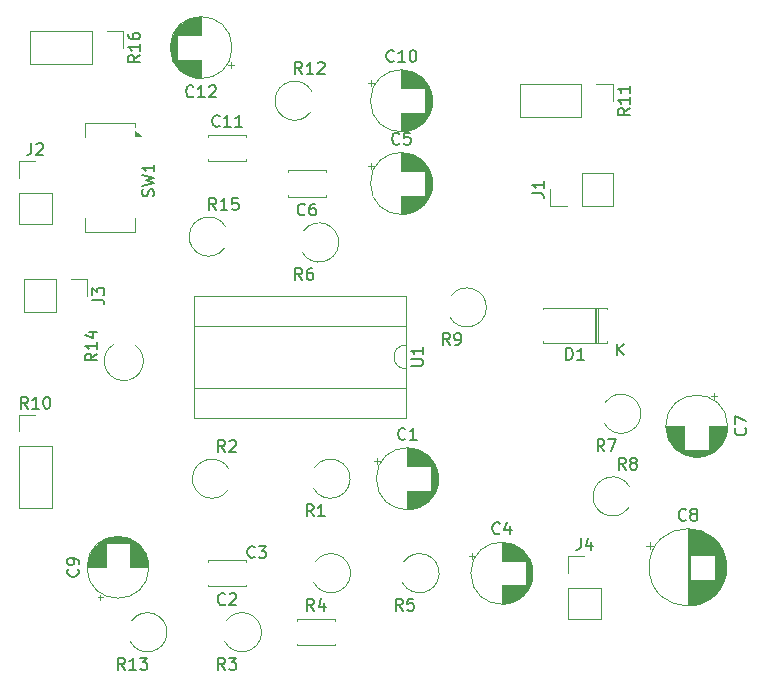
<source format=gbr>
%TF.GenerationSoftware,KiCad,Pcbnew,9.0.1*%
%TF.CreationDate,2025-04-22T18:06:14+02:00*%
%TF.ProjectId,electro-maticv,656c6563-7472-46f2-9d6d-61746963762e,rev?*%
%TF.SameCoordinates,Original*%
%TF.FileFunction,Legend,Top*%
%TF.FilePolarity,Positive*%
%FSLAX46Y46*%
G04 Gerber Fmt 4.6, Leading zero omitted, Abs format (unit mm)*
G04 Created by KiCad (PCBNEW 9.0.1) date 2025-04-22 18:06:14*
%MOMM*%
%LPD*%
G01*
G04 APERTURE LIST*
%ADD10C,0.150000*%
%ADD11C,0.120000*%
G04 APERTURE END LIST*
D10*
X98451905Y-123924819D02*
X98451905Y-122924819D01*
X98451905Y-122924819D02*
X98690000Y-122924819D01*
X98690000Y-122924819D02*
X98832857Y-122972438D01*
X98832857Y-122972438D02*
X98928095Y-123067676D01*
X98928095Y-123067676D02*
X98975714Y-123162914D01*
X98975714Y-123162914D02*
X99023333Y-123353390D01*
X99023333Y-123353390D02*
X99023333Y-123496247D01*
X99023333Y-123496247D02*
X98975714Y-123686723D01*
X98975714Y-123686723D02*
X98928095Y-123781961D01*
X98928095Y-123781961D02*
X98832857Y-123877200D01*
X98832857Y-123877200D02*
X98690000Y-123924819D01*
X98690000Y-123924819D02*
X98451905Y-123924819D01*
X99975714Y-123924819D02*
X99404286Y-123924819D01*
X99690000Y-123924819D02*
X99690000Y-122924819D01*
X99690000Y-122924819D02*
X99594762Y-123067676D01*
X99594762Y-123067676D02*
X99499524Y-123162914D01*
X99499524Y-123162914D02*
X99404286Y-123210533D01*
X102738095Y-123554819D02*
X102738095Y-122554819D01*
X103309523Y-123554819D02*
X102880952Y-122983390D01*
X103309523Y-122554819D02*
X102738095Y-123126247D01*
X108583333Y-137459580D02*
X108535714Y-137507200D01*
X108535714Y-137507200D02*
X108392857Y-137554819D01*
X108392857Y-137554819D02*
X108297619Y-137554819D01*
X108297619Y-137554819D02*
X108154762Y-137507200D01*
X108154762Y-137507200D02*
X108059524Y-137411961D01*
X108059524Y-137411961D02*
X108011905Y-137316723D01*
X108011905Y-137316723D02*
X107964286Y-137126247D01*
X107964286Y-137126247D02*
X107964286Y-136983390D01*
X107964286Y-136983390D02*
X108011905Y-136792914D01*
X108011905Y-136792914D02*
X108059524Y-136697676D01*
X108059524Y-136697676D02*
X108154762Y-136602438D01*
X108154762Y-136602438D02*
X108297619Y-136554819D01*
X108297619Y-136554819D02*
X108392857Y-136554819D01*
X108392857Y-136554819D02*
X108535714Y-136602438D01*
X108535714Y-136602438D02*
X108583333Y-136650057D01*
X109154762Y-136983390D02*
X109059524Y-136935771D01*
X109059524Y-136935771D02*
X109011905Y-136888152D01*
X109011905Y-136888152D02*
X108964286Y-136792914D01*
X108964286Y-136792914D02*
X108964286Y-136745295D01*
X108964286Y-136745295D02*
X109011905Y-136650057D01*
X109011905Y-136650057D02*
X109059524Y-136602438D01*
X109059524Y-136602438D02*
X109154762Y-136554819D01*
X109154762Y-136554819D02*
X109345238Y-136554819D01*
X109345238Y-136554819D02*
X109440476Y-136602438D01*
X109440476Y-136602438D02*
X109488095Y-136650057D01*
X109488095Y-136650057D02*
X109535714Y-136745295D01*
X109535714Y-136745295D02*
X109535714Y-136792914D01*
X109535714Y-136792914D02*
X109488095Y-136888152D01*
X109488095Y-136888152D02*
X109440476Y-136935771D01*
X109440476Y-136935771D02*
X109345238Y-136983390D01*
X109345238Y-136983390D02*
X109154762Y-136983390D01*
X109154762Y-136983390D02*
X109059524Y-137031009D01*
X109059524Y-137031009D02*
X109011905Y-137078628D01*
X109011905Y-137078628D02*
X108964286Y-137173866D01*
X108964286Y-137173866D02*
X108964286Y-137364342D01*
X108964286Y-137364342D02*
X109011905Y-137459580D01*
X109011905Y-137459580D02*
X109059524Y-137507200D01*
X109059524Y-137507200D02*
X109154762Y-137554819D01*
X109154762Y-137554819D02*
X109345238Y-137554819D01*
X109345238Y-137554819D02*
X109440476Y-137507200D01*
X109440476Y-137507200D02*
X109488095Y-137459580D01*
X109488095Y-137459580D02*
X109535714Y-137364342D01*
X109535714Y-137364342D02*
X109535714Y-137173866D01*
X109535714Y-137173866D02*
X109488095Y-137078628D01*
X109488095Y-137078628D02*
X109440476Y-137031009D01*
X109440476Y-137031009D02*
X109345238Y-136983390D01*
X113609580Y-129711554D02*
X113657200Y-129759173D01*
X113657200Y-129759173D02*
X113704819Y-129902030D01*
X113704819Y-129902030D02*
X113704819Y-129997268D01*
X113704819Y-129997268D02*
X113657200Y-130140125D01*
X113657200Y-130140125D02*
X113561961Y-130235363D01*
X113561961Y-130235363D02*
X113466723Y-130282982D01*
X113466723Y-130282982D02*
X113276247Y-130330601D01*
X113276247Y-130330601D02*
X113133390Y-130330601D01*
X113133390Y-130330601D02*
X112942914Y-130282982D01*
X112942914Y-130282982D02*
X112847676Y-130235363D01*
X112847676Y-130235363D02*
X112752438Y-130140125D01*
X112752438Y-130140125D02*
X112704819Y-129997268D01*
X112704819Y-129997268D02*
X112704819Y-129902030D01*
X112704819Y-129902030D02*
X112752438Y-129759173D01*
X112752438Y-129759173D02*
X112800057Y-129711554D01*
X112704819Y-129378220D02*
X112704819Y-128711554D01*
X112704819Y-128711554D02*
X113704819Y-129140125D01*
X101683333Y-131674819D02*
X101350000Y-131198628D01*
X101111905Y-131674819D02*
X101111905Y-130674819D01*
X101111905Y-130674819D02*
X101492857Y-130674819D01*
X101492857Y-130674819D02*
X101588095Y-130722438D01*
X101588095Y-130722438D02*
X101635714Y-130770057D01*
X101635714Y-130770057D02*
X101683333Y-130865295D01*
X101683333Y-130865295D02*
X101683333Y-131008152D01*
X101683333Y-131008152D02*
X101635714Y-131103390D01*
X101635714Y-131103390D02*
X101588095Y-131151009D01*
X101588095Y-131151009D02*
X101492857Y-131198628D01*
X101492857Y-131198628D02*
X101111905Y-131198628D01*
X102016667Y-130674819D02*
X102683333Y-130674819D01*
X102683333Y-130674819D02*
X102254762Y-131674819D01*
X103483333Y-133234819D02*
X103150000Y-132758628D01*
X102911905Y-133234819D02*
X102911905Y-132234819D01*
X102911905Y-132234819D02*
X103292857Y-132234819D01*
X103292857Y-132234819D02*
X103388095Y-132282438D01*
X103388095Y-132282438D02*
X103435714Y-132330057D01*
X103435714Y-132330057D02*
X103483333Y-132425295D01*
X103483333Y-132425295D02*
X103483333Y-132568152D01*
X103483333Y-132568152D02*
X103435714Y-132663390D01*
X103435714Y-132663390D02*
X103388095Y-132711009D01*
X103388095Y-132711009D02*
X103292857Y-132758628D01*
X103292857Y-132758628D02*
X102911905Y-132758628D01*
X104054762Y-132663390D02*
X103959524Y-132615771D01*
X103959524Y-132615771D02*
X103911905Y-132568152D01*
X103911905Y-132568152D02*
X103864286Y-132472914D01*
X103864286Y-132472914D02*
X103864286Y-132425295D01*
X103864286Y-132425295D02*
X103911905Y-132330057D01*
X103911905Y-132330057D02*
X103959524Y-132282438D01*
X103959524Y-132282438D02*
X104054762Y-132234819D01*
X104054762Y-132234819D02*
X104245238Y-132234819D01*
X104245238Y-132234819D02*
X104340476Y-132282438D01*
X104340476Y-132282438D02*
X104388095Y-132330057D01*
X104388095Y-132330057D02*
X104435714Y-132425295D01*
X104435714Y-132425295D02*
X104435714Y-132472914D01*
X104435714Y-132472914D02*
X104388095Y-132568152D01*
X104388095Y-132568152D02*
X104340476Y-132615771D01*
X104340476Y-132615771D02*
X104245238Y-132663390D01*
X104245238Y-132663390D02*
X104054762Y-132663390D01*
X104054762Y-132663390D02*
X103959524Y-132711009D01*
X103959524Y-132711009D02*
X103911905Y-132758628D01*
X103911905Y-132758628D02*
X103864286Y-132853866D01*
X103864286Y-132853866D02*
X103864286Y-133044342D01*
X103864286Y-133044342D02*
X103911905Y-133139580D01*
X103911905Y-133139580D02*
X103959524Y-133187200D01*
X103959524Y-133187200D02*
X104054762Y-133234819D01*
X104054762Y-133234819D02*
X104245238Y-133234819D01*
X104245238Y-133234819D02*
X104340476Y-133187200D01*
X104340476Y-133187200D02*
X104388095Y-133139580D01*
X104388095Y-133139580D02*
X104435714Y-133044342D01*
X104435714Y-133044342D02*
X104435714Y-132853866D01*
X104435714Y-132853866D02*
X104388095Y-132758628D01*
X104388095Y-132758628D02*
X104340476Y-132711009D01*
X104340476Y-132711009D02*
X104245238Y-132663390D01*
X99666666Y-139034819D02*
X99666666Y-139749104D01*
X99666666Y-139749104D02*
X99619047Y-139891961D01*
X99619047Y-139891961D02*
X99523809Y-139987200D01*
X99523809Y-139987200D02*
X99380952Y-140034819D01*
X99380952Y-140034819D02*
X99285714Y-140034819D01*
X100571428Y-139368152D02*
X100571428Y-140034819D01*
X100333333Y-138987200D02*
X100095238Y-139701485D01*
X100095238Y-139701485D02*
X100714285Y-139701485D01*
X72083333Y-140609580D02*
X72035714Y-140657200D01*
X72035714Y-140657200D02*
X71892857Y-140704819D01*
X71892857Y-140704819D02*
X71797619Y-140704819D01*
X71797619Y-140704819D02*
X71654762Y-140657200D01*
X71654762Y-140657200D02*
X71559524Y-140561961D01*
X71559524Y-140561961D02*
X71511905Y-140466723D01*
X71511905Y-140466723D02*
X71464286Y-140276247D01*
X71464286Y-140276247D02*
X71464286Y-140133390D01*
X71464286Y-140133390D02*
X71511905Y-139942914D01*
X71511905Y-139942914D02*
X71559524Y-139847676D01*
X71559524Y-139847676D02*
X71654762Y-139752438D01*
X71654762Y-139752438D02*
X71797619Y-139704819D01*
X71797619Y-139704819D02*
X71892857Y-139704819D01*
X71892857Y-139704819D02*
X72035714Y-139752438D01*
X72035714Y-139752438D02*
X72083333Y-139800057D01*
X72416667Y-139704819D02*
X73035714Y-139704819D01*
X73035714Y-139704819D02*
X72702381Y-140085771D01*
X72702381Y-140085771D02*
X72845238Y-140085771D01*
X72845238Y-140085771D02*
X72940476Y-140133390D01*
X72940476Y-140133390D02*
X72988095Y-140181009D01*
X72988095Y-140181009D02*
X73035714Y-140276247D01*
X73035714Y-140276247D02*
X73035714Y-140514342D01*
X73035714Y-140514342D02*
X72988095Y-140609580D01*
X72988095Y-140609580D02*
X72940476Y-140657200D01*
X72940476Y-140657200D02*
X72845238Y-140704819D01*
X72845238Y-140704819D02*
X72559524Y-140704819D01*
X72559524Y-140704819D02*
X72464286Y-140657200D01*
X72464286Y-140657200D02*
X72416667Y-140609580D01*
X69583333Y-144609580D02*
X69535714Y-144657200D01*
X69535714Y-144657200D02*
X69392857Y-144704819D01*
X69392857Y-144704819D02*
X69297619Y-144704819D01*
X69297619Y-144704819D02*
X69154762Y-144657200D01*
X69154762Y-144657200D02*
X69059524Y-144561961D01*
X69059524Y-144561961D02*
X69011905Y-144466723D01*
X69011905Y-144466723D02*
X68964286Y-144276247D01*
X68964286Y-144276247D02*
X68964286Y-144133390D01*
X68964286Y-144133390D02*
X69011905Y-143942914D01*
X69011905Y-143942914D02*
X69059524Y-143847676D01*
X69059524Y-143847676D02*
X69154762Y-143752438D01*
X69154762Y-143752438D02*
X69297619Y-143704819D01*
X69297619Y-143704819D02*
X69392857Y-143704819D01*
X69392857Y-143704819D02*
X69535714Y-143752438D01*
X69535714Y-143752438D02*
X69583333Y-143800057D01*
X69964286Y-143800057D02*
X70011905Y-143752438D01*
X70011905Y-143752438D02*
X70107143Y-143704819D01*
X70107143Y-143704819D02*
X70345238Y-143704819D01*
X70345238Y-143704819D02*
X70440476Y-143752438D01*
X70440476Y-143752438D02*
X70488095Y-143800057D01*
X70488095Y-143800057D02*
X70535714Y-143895295D01*
X70535714Y-143895295D02*
X70535714Y-143990533D01*
X70535714Y-143990533D02*
X70488095Y-144133390D01*
X70488095Y-144133390D02*
X69916667Y-144704819D01*
X69916667Y-144704819D02*
X70535714Y-144704819D01*
X77103333Y-145174819D02*
X76770000Y-144698628D01*
X76531905Y-145174819D02*
X76531905Y-144174819D01*
X76531905Y-144174819D02*
X76912857Y-144174819D01*
X76912857Y-144174819D02*
X77008095Y-144222438D01*
X77008095Y-144222438D02*
X77055714Y-144270057D01*
X77055714Y-144270057D02*
X77103333Y-144365295D01*
X77103333Y-144365295D02*
X77103333Y-144508152D01*
X77103333Y-144508152D02*
X77055714Y-144603390D01*
X77055714Y-144603390D02*
X77008095Y-144651009D01*
X77008095Y-144651009D02*
X76912857Y-144698628D01*
X76912857Y-144698628D02*
X76531905Y-144698628D01*
X77960476Y-144508152D02*
X77960476Y-145174819D01*
X77722381Y-144127200D02*
X77484286Y-144841485D01*
X77484286Y-144841485D02*
X78103333Y-144841485D01*
X69563333Y-150174819D02*
X69230000Y-149698628D01*
X68991905Y-150174819D02*
X68991905Y-149174819D01*
X68991905Y-149174819D02*
X69372857Y-149174819D01*
X69372857Y-149174819D02*
X69468095Y-149222438D01*
X69468095Y-149222438D02*
X69515714Y-149270057D01*
X69515714Y-149270057D02*
X69563333Y-149365295D01*
X69563333Y-149365295D02*
X69563333Y-149508152D01*
X69563333Y-149508152D02*
X69515714Y-149603390D01*
X69515714Y-149603390D02*
X69468095Y-149651009D01*
X69468095Y-149651009D02*
X69372857Y-149698628D01*
X69372857Y-149698628D02*
X68991905Y-149698628D01*
X69896667Y-149174819D02*
X70515714Y-149174819D01*
X70515714Y-149174819D02*
X70182381Y-149555771D01*
X70182381Y-149555771D02*
X70325238Y-149555771D01*
X70325238Y-149555771D02*
X70420476Y-149603390D01*
X70420476Y-149603390D02*
X70468095Y-149651009D01*
X70468095Y-149651009D02*
X70515714Y-149746247D01*
X70515714Y-149746247D02*
X70515714Y-149984342D01*
X70515714Y-149984342D02*
X70468095Y-150079580D01*
X70468095Y-150079580D02*
X70420476Y-150127200D01*
X70420476Y-150127200D02*
X70325238Y-150174819D01*
X70325238Y-150174819D02*
X70039524Y-150174819D01*
X70039524Y-150174819D02*
X69944286Y-150127200D01*
X69944286Y-150127200D02*
X69896667Y-150079580D01*
X68817142Y-111234819D02*
X68483809Y-110758628D01*
X68245714Y-111234819D02*
X68245714Y-110234819D01*
X68245714Y-110234819D02*
X68626666Y-110234819D01*
X68626666Y-110234819D02*
X68721904Y-110282438D01*
X68721904Y-110282438D02*
X68769523Y-110330057D01*
X68769523Y-110330057D02*
X68817142Y-110425295D01*
X68817142Y-110425295D02*
X68817142Y-110568152D01*
X68817142Y-110568152D02*
X68769523Y-110663390D01*
X68769523Y-110663390D02*
X68721904Y-110711009D01*
X68721904Y-110711009D02*
X68626666Y-110758628D01*
X68626666Y-110758628D02*
X68245714Y-110758628D01*
X69769523Y-111234819D02*
X69198095Y-111234819D01*
X69483809Y-111234819D02*
X69483809Y-110234819D01*
X69483809Y-110234819D02*
X69388571Y-110377676D01*
X69388571Y-110377676D02*
X69293333Y-110472914D01*
X69293333Y-110472914D02*
X69198095Y-110520533D01*
X70674285Y-110234819D02*
X70198095Y-110234819D01*
X70198095Y-110234819D02*
X70150476Y-110711009D01*
X70150476Y-110711009D02*
X70198095Y-110663390D01*
X70198095Y-110663390D02*
X70293333Y-110615771D01*
X70293333Y-110615771D02*
X70531428Y-110615771D01*
X70531428Y-110615771D02*
X70626666Y-110663390D01*
X70626666Y-110663390D02*
X70674285Y-110711009D01*
X70674285Y-110711009D02*
X70721904Y-110806247D01*
X70721904Y-110806247D02*
X70721904Y-111044342D01*
X70721904Y-111044342D02*
X70674285Y-111139580D01*
X70674285Y-111139580D02*
X70626666Y-111187200D01*
X70626666Y-111187200D02*
X70531428Y-111234819D01*
X70531428Y-111234819D02*
X70293333Y-111234819D01*
X70293333Y-111234819D02*
X70198095Y-111187200D01*
X70198095Y-111187200D02*
X70150476Y-111139580D01*
X58734819Y-123412857D02*
X58258628Y-123746190D01*
X58734819Y-123984285D02*
X57734819Y-123984285D01*
X57734819Y-123984285D02*
X57734819Y-123603333D01*
X57734819Y-123603333D02*
X57782438Y-123508095D01*
X57782438Y-123508095D02*
X57830057Y-123460476D01*
X57830057Y-123460476D02*
X57925295Y-123412857D01*
X57925295Y-123412857D02*
X58068152Y-123412857D01*
X58068152Y-123412857D02*
X58163390Y-123460476D01*
X58163390Y-123460476D02*
X58211009Y-123508095D01*
X58211009Y-123508095D02*
X58258628Y-123603333D01*
X58258628Y-123603333D02*
X58258628Y-123984285D01*
X58734819Y-122460476D02*
X58734819Y-123031904D01*
X58734819Y-122746190D02*
X57734819Y-122746190D01*
X57734819Y-122746190D02*
X57877676Y-122841428D01*
X57877676Y-122841428D02*
X57972914Y-122936666D01*
X57972914Y-122936666D02*
X58020533Y-123031904D01*
X58068152Y-121603333D02*
X58734819Y-121603333D01*
X57687200Y-121841428D02*
X58401485Y-122079523D01*
X58401485Y-122079523D02*
X58401485Y-121460476D01*
X61087142Y-150174819D02*
X60753809Y-149698628D01*
X60515714Y-150174819D02*
X60515714Y-149174819D01*
X60515714Y-149174819D02*
X60896666Y-149174819D01*
X60896666Y-149174819D02*
X60991904Y-149222438D01*
X60991904Y-149222438D02*
X61039523Y-149270057D01*
X61039523Y-149270057D02*
X61087142Y-149365295D01*
X61087142Y-149365295D02*
X61087142Y-149508152D01*
X61087142Y-149508152D02*
X61039523Y-149603390D01*
X61039523Y-149603390D02*
X60991904Y-149651009D01*
X60991904Y-149651009D02*
X60896666Y-149698628D01*
X60896666Y-149698628D02*
X60515714Y-149698628D01*
X62039523Y-150174819D02*
X61468095Y-150174819D01*
X61753809Y-150174819D02*
X61753809Y-149174819D01*
X61753809Y-149174819D02*
X61658571Y-149317676D01*
X61658571Y-149317676D02*
X61563333Y-149412914D01*
X61563333Y-149412914D02*
X61468095Y-149460533D01*
X62372857Y-149174819D02*
X62991904Y-149174819D01*
X62991904Y-149174819D02*
X62658571Y-149555771D01*
X62658571Y-149555771D02*
X62801428Y-149555771D01*
X62801428Y-149555771D02*
X62896666Y-149603390D01*
X62896666Y-149603390D02*
X62944285Y-149651009D01*
X62944285Y-149651009D02*
X62991904Y-149746247D01*
X62991904Y-149746247D02*
X62991904Y-149984342D01*
X62991904Y-149984342D02*
X62944285Y-150079580D01*
X62944285Y-150079580D02*
X62896666Y-150127200D01*
X62896666Y-150127200D02*
X62801428Y-150174819D01*
X62801428Y-150174819D02*
X62515714Y-150174819D01*
X62515714Y-150174819D02*
X62420476Y-150127200D01*
X62420476Y-150127200D02*
X62372857Y-150079580D01*
X76087142Y-99734819D02*
X75753809Y-99258628D01*
X75515714Y-99734819D02*
X75515714Y-98734819D01*
X75515714Y-98734819D02*
X75896666Y-98734819D01*
X75896666Y-98734819D02*
X75991904Y-98782438D01*
X75991904Y-98782438D02*
X76039523Y-98830057D01*
X76039523Y-98830057D02*
X76087142Y-98925295D01*
X76087142Y-98925295D02*
X76087142Y-99068152D01*
X76087142Y-99068152D02*
X76039523Y-99163390D01*
X76039523Y-99163390D02*
X75991904Y-99211009D01*
X75991904Y-99211009D02*
X75896666Y-99258628D01*
X75896666Y-99258628D02*
X75515714Y-99258628D01*
X77039523Y-99734819D02*
X76468095Y-99734819D01*
X76753809Y-99734819D02*
X76753809Y-98734819D01*
X76753809Y-98734819D02*
X76658571Y-98877676D01*
X76658571Y-98877676D02*
X76563333Y-98972914D01*
X76563333Y-98972914D02*
X76468095Y-99020533D01*
X77420476Y-98830057D02*
X77468095Y-98782438D01*
X77468095Y-98782438D02*
X77563333Y-98734819D01*
X77563333Y-98734819D02*
X77801428Y-98734819D01*
X77801428Y-98734819D02*
X77896666Y-98782438D01*
X77896666Y-98782438D02*
X77944285Y-98830057D01*
X77944285Y-98830057D02*
X77991904Y-98925295D01*
X77991904Y-98925295D02*
X77991904Y-99020533D01*
X77991904Y-99020533D02*
X77944285Y-99163390D01*
X77944285Y-99163390D02*
X77372857Y-99734819D01*
X77372857Y-99734819D02*
X77991904Y-99734819D01*
X88603333Y-122674819D02*
X88270000Y-122198628D01*
X88031905Y-122674819D02*
X88031905Y-121674819D01*
X88031905Y-121674819D02*
X88412857Y-121674819D01*
X88412857Y-121674819D02*
X88508095Y-121722438D01*
X88508095Y-121722438D02*
X88555714Y-121770057D01*
X88555714Y-121770057D02*
X88603333Y-121865295D01*
X88603333Y-121865295D02*
X88603333Y-122008152D01*
X88603333Y-122008152D02*
X88555714Y-122103390D01*
X88555714Y-122103390D02*
X88508095Y-122151009D01*
X88508095Y-122151009D02*
X88412857Y-122198628D01*
X88412857Y-122198628D02*
X88031905Y-122198628D01*
X89079524Y-122674819D02*
X89270000Y-122674819D01*
X89270000Y-122674819D02*
X89365238Y-122627200D01*
X89365238Y-122627200D02*
X89412857Y-122579580D01*
X89412857Y-122579580D02*
X89508095Y-122436723D01*
X89508095Y-122436723D02*
X89555714Y-122246247D01*
X89555714Y-122246247D02*
X89555714Y-121865295D01*
X89555714Y-121865295D02*
X89508095Y-121770057D01*
X89508095Y-121770057D02*
X89460476Y-121722438D01*
X89460476Y-121722438D02*
X89365238Y-121674819D01*
X89365238Y-121674819D02*
X89174762Y-121674819D01*
X89174762Y-121674819D02*
X89079524Y-121722438D01*
X89079524Y-121722438D02*
X89031905Y-121770057D01*
X89031905Y-121770057D02*
X88984286Y-121865295D01*
X88984286Y-121865295D02*
X88984286Y-122103390D01*
X88984286Y-122103390D02*
X89031905Y-122198628D01*
X89031905Y-122198628D02*
X89079524Y-122246247D01*
X89079524Y-122246247D02*
X89174762Y-122293866D01*
X89174762Y-122293866D02*
X89365238Y-122293866D01*
X89365238Y-122293866D02*
X89460476Y-122246247D01*
X89460476Y-122246247D02*
X89508095Y-122198628D01*
X89508095Y-122198628D02*
X89555714Y-122103390D01*
X76103333Y-117174819D02*
X75770000Y-116698628D01*
X75531905Y-117174819D02*
X75531905Y-116174819D01*
X75531905Y-116174819D02*
X75912857Y-116174819D01*
X75912857Y-116174819D02*
X76008095Y-116222438D01*
X76008095Y-116222438D02*
X76055714Y-116270057D01*
X76055714Y-116270057D02*
X76103333Y-116365295D01*
X76103333Y-116365295D02*
X76103333Y-116508152D01*
X76103333Y-116508152D02*
X76055714Y-116603390D01*
X76055714Y-116603390D02*
X76008095Y-116651009D01*
X76008095Y-116651009D02*
X75912857Y-116698628D01*
X75912857Y-116698628D02*
X75531905Y-116698628D01*
X76960476Y-116174819D02*
X76770000Y-116174819D01*
X76770000Y-116174819D02*
X76674762Y-116222438D01*
X76674762Y-116222438D02*
X76627143Y-116270057D01*
X76627143Y-116270057D02*
X76531905Y-116412914D01*
X76531905Y-116412914D02*
X76484286Y-116603390D01*
X76484286Y-116603390D02*
X76484286Y-116984342D01*
X76484286Y-116984342D02*
X76531905Y-117079580D01*
X76531905Y-117079580D02*
X76579524Y-117127200D01*
X76579524Y-117127200D02*
X76674762Y-117174819D01*
X76674762Y-117174819D02*
X76865238Y-117174819D01*
X76865238Y-117174819D02*
X76960476Y-117127200D01*
X76960476Y-117127200D02*
X77008095Y-117079580D01*
X77008095Y-117079580D02*
X77055714Y-116984342D01*
X77055714Y-116984342D02*
X77055714Y-116746247D01*
X77055714Y-116746247D02*
X77008095Y-116651009D01*
X77008095Y-116651009D02*
X76960476Y-116603390D01*
X76960476Y-116603390D02*
X76865238Y-116555771D01*
X76865238Y-116555771D02*
X76674762Y-116555771D01*
X76674762Y-116555771D02*
X76579524Y-116603390D01*
X76579524Y-116603390D02*
X76531905Y-116651009D01*
X76531905Y-116651009D02*
X76484286Y-116746247D01*
X84603333Y-145174819D02*
X84270000Y-144698628D01*
X84031905Y-145174819D02*
X84031905Y-144174819D01*
X84031905Y-144174819D02*
X84412857Y-144174819D01*
X84412857Y-144174819D02*
X84508095Y-144222438D01*
X84508095Y-144222438D02*
X84555714Y-144270057D01*
X84555714Y-144270057D02*
X84603333Y-144365295D01*
X84603333Y-144365295D02*
X84603333Y-144508152D01*
X84603333Y-144508152D02*
X84555714Y-144603390D01*
X84555714Y-144603390D02*
X84508095Y-144651009D01*
X84508095Y-144651009D02*
X84412857Y-144698628D01*
X84412857Y-144698628D02*
X84031905Y-144698628D01*
X85508095Y-144174819D02*
X85031905Y-144174819D01*
X85031905Y-144174819D02*
X84984286Y-144651009D01*
X84984286Y-144651009D02*
X85031905Y-144603390D01*
X85031905Y-144603390D02*
X85127143Y-144555771D01*
X85127143Y-144555771D02*
X85365238Y-144555771D01*
X85365238Y-144555771D02*
X85460476Y-144603390D01*
X85460476Y-144603390D02*
X85508095Y-144651009D01*
X85508095Y-144651009D02*
X85555714Y-144746247D01*
X85555714Y-144746247D02*
X85555714Y-144984342D01*
X85555714Y-144984342D02*
X85508095Y-145079580D01*
X85508095Y-145079580D02*
X85460476Y-145127200D01*
X85460476Y-145127200D02*
X85365238Y-145174819D01*
X85365238Y-145174819D02*
X85127143Y-145174819D01*
X85127143Y-145174819D02*
X85031905Y-145127200D01*
X85031905Y-145127200D02*
X84984286Y-145079580D01*
X69563333Y-131734819D02*
X69230000Y-131258628D01*
X68991905Y-131734819D02*
X68991905Y-130734819D01*
X68991905Y-130734819D02*
X69372857Y-130734819D01*
X69372857Y-130734819D02*
X69468095Y-130782438D01*
X69468095Y-130782438D02*
X69515714Y-130830057D01*
X69515714Y-130830057D02*
X69563333Y-130925295D01*
X69563333Y-130925295D02*
X69563333Y-131068152D01*
X69563333Y-131068152D02*
X69515714Y-131163390D01*
X69515714Y-131163390D02*
X69468095Y-131211009D01*
X69468095Y-131211009D02*
X69372857Y-131258628D01*
X69372857Y-131258628D02*
X68991905Y-131258628D01*
X69944286Y-130830057D02*
X69991905Y-130782438D01*
X69991905Y-130782438D02*
X70087143Y-130734819D01*
X70087143Y-130734819D02*
X70325238Y-130734819D01*
X70325238Y-130734819D02*
X70420476Y-130782438D01*
X70420476Y-130782438D02*
X70468095Y-130830057D01*
X70468095Y-130830057D02*
X70515714Y-130925295D01*
X70515714Y-130925295D02*
X70515714Y-131020533D01*
X70515714Y-131020533D02*
X70468095Y-131163390D01*
X70468095Y-131163390D02*
X69896667Y-131734819D01*
X69896667Y-131734819D02*
X70515714Y-131734819D01*
X77063333Y-137174819D02*
X76730000Y-136698628D01*
X76491905Y-137174819D02*
X76491905Y-136174819D01*
X76491905Y-136174819D02*
X76872857Y-136174819D01*
X76872857Y-136174819D02*
X76968095Y-136222438D01*
X76968095Y-136222438D02*
X77015714Y-136270057D01*
X77015714Y-136270057D02*
X77063333Y-136365295D01*
X77063333Y-136365295D02*
X77063333Y-136508152D01*
X77063333Y-136508152D02*
X77015714Y-136603390D01*
X77015714Y-136603390D02*
X76968095Y-136651009D01*
X76968095Y-136651009D02*
X76872857Y-136698628D01*
X76872857Y-136698628D02*
X76491905Y-136698628D01*
X78015714Y-137174819D02*
X77444286Y-137174819D01*
X77730000Y-137174819D02*
X77730000Y-136174819D01*
X77730000Y-136174819D02*
X77634762Y-136317676D01*
X77634762Y-136317676D02*
X77539524Y-136412914D01*
X77539524Y-136412914D02*
X77444286Y-136460533D01*
X62374819Y-98142857D02*
X61898628Y-98476190D01*
X62374819Y-98714285D02*
X61374819Y-98714285D01*
X61374819Y-98714285D02*
X61374819Y-98333333D01*
X61374819Y-98333333D02*
X61422438Y-98238095D01*
X61422438Y-98238095D02*
X61470057Y-98190476D01*
X61470057Y-98190476D02*
X61565295Y-98142857D01*
X61565295Y-98142857D02*
X61708152Y-98142857D01*
X61708152Y-98142857D02*
X61803390Y-98190476D01*
X61803390Y-98190476D02*
X61851009Y-98238095D01*
X61851009Y-98238095D02*
X61898628Y-98333333D01*
X61898628Y-98333333D02*
X61898628Y-98714285D01*
X62374819Y-97190476D02*
X62374819Y-97761904D01*
X62374819Y-97476190D02*
X61374819Y-97476190D01*
X61374819Y-97476190D02*
X61517676Y-97571428D01*
X61517676Y-97571428D02*
X61612914Y-97666666D01*
X61612914Y-97666666D02*
X61660533Y-97761904D01*
X61374819Y-96333333D02*
X61374819Y-96523809D01*
X61374819Y-96523809D02*
X61422438Y-96619047D01*
X61422438Y-96619047D02*
X61470057Y-96666666D01*
X61470057Y-96666666D02*
X61612914Y-96761904D01*
X61612914Y-96761904D02*
X61803390Y-96809523D01*
X61803390Y-96809523D02*
X62184342Y-96809523D01*
X62184342Y-96809523D02*
X62279580Y-96761904D01*
X62279580Y-96761904D02*
X62327200Y-96714285D01*
X62327200Y-96714285D02*
X62374819Y-96619047D01*
X62374819Y-96619047D02*
X62374819Y-96428571D01*
X62374819Y-96428571D02*
X62327200Y-96333333D01*
X62327200Y-96333333D02*
X62279580Y-96285714D01*
X62279580Y-96285714D02*
X62184342Y-96238095D01*
X62184342Y-96238095D02*
X61946247Y-96238095D01*
X61946247Y-96238095D02*
X61851009Y-96285714D01*
X61851009Y-96285714D02*
X61803390Y-96333333D01*
X61803390Y-96333333D02*
X61755771Y-96428571D01*
X61755771Y-96428571D02*
X61755771Y-96619047D01*
X61755771Y-96619047D02*
X61803390Y-96714285D01*
X61803390Y-96714285D02*
X61851009Y-96761904D01*
X61851009Y-96761904D02*
X61946247Y-96809523D01*
X85324819Y-124451904D02*
X86134342Y-124451904D01*
X86134342Y-124451904D02*
X86229580Y-124404285D01*
X86229580Y-124404285D02*
X86277200Y-124356666D01*
X86277200Y-124356666D02*
X86324819Y-124261428D01*
X86324819Y-124261428D02*
X86324819Y-124070952D01*
X86324819Y-124070952D02*
X86277200Y-123975714D01*
X86277200Y-123975714D02*
X86229580Y-123928095D01*
X86229580Y-123928095D02*
X86134342Y-123880476D01*
X86134342Y-123880476D02*
X85324819Y-123880476D01*
X86324819Y-122880476D02*
X86324819Y-123451904D01*
X86324819Y-123166190D02*
X85324819Y-123166190D01*
X85324819Y-123166190D02*
X85467676Y-123261428D01*
X85467676Y-123261428D02*
X85562914Y-123356666D01*
X85562914Y-123356666D02*
X85610533Y-123451904D01*
X63507200Y-110083332D02*
X63554819Y-109940475D01*
X63554819Y-109940475D02*
X63554819Y-109702380D01*
X63554819Y-109702380D02*
X63507200Y-109607142D01*
X63507200Y-109607142D02*
X63459580Y-109559523D01*
X63459580Y-109559523D02*
X63364342Y-109511904D01*
X63364342Y-109511904D02*
X63269104Y-109511904D01*
X63269104Y-109511904D02*
X63173866Y-109559523D01*
X63173866Y-109559523D02*
X63126247Y-109607142D01*
X63126247Y-109607142D02*
X63078628Y-109702380D01*
X63078628Y-109702380D02*
X63031009Y-109892856D01*
X63031009Y-109892856D02*
X62983390Y-109988094D01*
X62983390Y-109988094D02*
X62935771Y-110035713D01*
X62935771Y-110035713D02*
X62840533Y-110083332D01*
X62840533Y-110083332D02*
X62745295Y-110083332D01*
X62745295Y-110083332D02*
X62650057Y-110035713D01*
X62650057Y-110035713D02*
X62602438Y-109988094D01*
X62602438Y-109988094D02*
X62554819Y-109892856D01*
X62554819Y-109892856D02*
X62554819Y-109654761D01*
X62554819Y-109654761D02*
X62602438Y-109511904D01*
X62554819Y-109178570D02*
X63554819Y-108940475D01*
X63554819Y-108940475D02*
X62840533Y-108749999D01*
X62840533Y-108749999D02*
X63554819Y-108559523D01*
X63554819Y-108559523D02*
X62554819Y-108321428D01*
X63554819Y-107416666D02*
X63554819Y-107988094D01*
X63554819Y-107702380D02*
X62554819Y-107702380D01*
X62554819Y-107702380D02*
X62697676Y-107797618D01*
X62697676Y-107797618D02*
X62792914Y-107892856D01*
X62792914Y-107892856D02*
X62840533Y-107988094D01*
X103834819Y-102642857D02*
X103358628Y-102976190D01*
X103834819Y-103214285D02*
X102834819Y-103214285D01*
X102834819Y-103214285D02*
X102834819Y-102833333D01*
X102834819Y-102833333D02*
X102882438Y-102738095D01*
X102882438Y-102738095D02*
X102930057Y-102690476D01*
X102930057Y-102690476D02*
X103025295Y-102642857D01*
X103025295Y-102642857D02*
X103168152Y-102642857D01*
X103168152Y-102642857D02*
X103263390Y-102690476D01*
X103263390Y-102690476D02*
X103311009Y-102738095D01*
X103311009Y-102738095D02*
X103358628Y-102833333D01*
X103358628Y-102833333D02*
X103358628Y-103214285D01*
X103834819Y-101690476D02*
X103834819Y-102261904D01*
X103834819Y-101976190D02*
X102834819Y-101976190D01*
X102834819Y-101976190D02*
X102977676Y-102071428D01*
X102977676Y-102071428D02*
X103072914Y-102166666D01*
X103072914Y-102166666D02*
X103120533Y-102261904D01*
X103834819Y-100738095D02*
X103834819Y-101309523D01*
X103834819Y-101023809D02*
X102834819Y-101023809D01*
X102834819Y-101023809D02*
X102977676Y-101119047D01*
X102977676Y-101119047D02*
X103072914Y-101214285D01*
X103072914Y-101214285D02*
X103120533Y-101309523D01*
X52857142Y-128074819D02*
X52523809Y-127598628D01*
X52285714Y-128074819D02*
X52285714Y-127074819D01*
X52285714Y-127074819D02*
X52666666Y-127074819D01*
X52666666Y-127074819D02*
X52761904Y-127122438D01*
X52761904Y-127122438D02*
X52809523Y-127170057D01*
X52809523Y-127170057D02*
X52857142Y-127265295D01*
X52857142Y-127265295D02*
X52857142Y-127408152D01*
X52857142Y-127408152D02*
X52809523Y-127503390D01*
X52809523Y-127503390D02*
X52761904Y-127551009D01*
X52761904Y-127551009D02*
X52666666Y-127598628D01*
X52666666Y-127598628D02*
X52285714Y-127598628D01*
X53809523Y-128074819D02*
X53238095Y-128074819D01*
X53523809Y-128074819D02*
X53523809Y-127074819D01*
X53523809Y-127074819D02*
X53428571Y-127217676D01*
X53428571Y-127217676D02*
X53333333Y-127312914D01*
X53333333Y-127312914D02*
X53238095Y-127360533D01*
X54428571Y-127074819D02*
X54523809Y-127074819D01*
X54523809Y-127074819D02*
X54619047Y-127122438D01*
X54619047Y-127122438D02*
X54666666Y-127170057D01*
X54666666Y-127170057D02*
X54714285Y-127265295D01*
X54714285Y-127265295D02*
X54761904Y-127455771D01*
X54761904Y-127455771D02*
X54761904Y-127693866D01*
X54761904Y-127693866D02*
X54714285Y-127884342D01*
X54714285Y-127884342D02*
X54666666Y-127979580D01*
X54666666Y-127979580D02*
X54619047Y-128027200D01*
X54619047Y-128027200D02*
X54523809Y-128074819D01*
X54523809Y-128074819D02*
X54428571Y-128074819D01*
X54428571Y-128074819D02*
X54333333Y-128027200D01*
X54333333Y-128027200D02*
X54285714Y-127979580D01*
X54285714Y-127979580D02*
X54238095Y-127884342D01*
X54238095Y-127884342D02*
X54190476Y-127693866D01*
X54190476Y-127693866D02*
X54190476Y-127455771D01*
X54190476Y-127455771D02*
X54238095Y-127265295D01*
X54238095Y-127265295D02*
X54285714Y-127170057D01*
X54285714Y-127170057D02*
X54333333Y-127122438D01*
X54333333Y-127122438D02*
X54428571Y-127074819D01*
X58334819Y-118833333D02*
X59049104Y-118833333D01*
X59049104Y-118833333D02*
X59191961Y-118880952D01*
X59191961Y-118880952D02*
X59287200Y-118976190D01*
X59287200Y-118976190D02*
X59334819Y-119119047D01*
X59334819Y-119119047D02*
X59334819Y-119214285D01*
X58334819Y-118452380D02*
X58334819Y-117833333D01*
X58334819Y-117833333D02*
X58715771Y-118166666D01*
X58715771Y-118166666D02*
X58715771Y-118023809D01*
X58715771Y-118023809D02*
X58763390Y-117928571D01*
X58763390Y-117928571D02*
X58811009Y-117880952D01*
X58811009Y-117880952D02*
X58906247Y-117833333D01*
X58906247Y-117833333D02*
X59144342Y-117833333D01*
X59144342Y-117833333D02*
X59239580Y-117880952D01*
X59239580Y-117880952D02*
X59287200Y-117928571D01*
X59287200Y-117928571D02*
X59334819Y-118023809D01*
X59334819Y-118023809D02*
X59334819Y-118309523D01*
X59334819Y-118309523D02*
X59287200Y-118404761D01*
X59287200Y-118404761D02*
X59239580Y-118452380D01*
X53166666Y-105574819D02*
X53166666Y-106289104D01*
X53166666Y-106289104D02*
X53119047Y-106431961D01*
X53119047Y-106431961D02*
X53023809Y-106527200D01*
X53023809Y-106527200D02*
X52880952Y-106574819D01*
X52880952Y-106574819D02*
X52785714Y-106574819D01*
X53595238Y-105670057D02*
X53642857Y-105622438D01*
X53642857Y-105622438D02*
X53738095Y-105574819D01*
X53738095Y-105574819D02*
X53976190Y-105574819D01*
X53976190Y-105574819D02*
X54071428Y-105622438D01*
X54071428Y-105622438D02*
X54119047Y-105670057D01*
X54119047Y-105670057D02*
X54166666Y-105765295D01*
X54166666Y-105765295D02*
X54166666Y-105860533D01*
X54166666Y-105860533D02*
X54119047Y-106003390D01*
X54119047Y-106003390D02*
X53547619Y-106574819D01*
X53547619Y-106574819D02*
X54166666Y-106574819D01*
X95574819Y-109833333D02*
X96289104Y-109833333D01*
X96289104Y-109833333D02*
X96431961Y-109880952D01*
X96431961Y-109880952D02*
X96527200Y-109976190D01*
X96527200Y-109976190D02*
X96574819Y-110119047D01*
X96574819Y-110119047D02*
X96574819Y-110214285D01*
X96574819Y-108833333D02*
X96574819Y-109404761D01*
X96574819Y-109119047D02*
X95574819Y-109119047D01*
X95574819Y-109119047D02*
X95717676Y-109214285D01*
X95717676Y-109214285D02*
X95812914Y-109309523D01*
X95812914Y-109309523D02*
X95860533Y-109404761D01*
X66897142Y-101609580D02*
X66849523Y-101657200D01*
X66849523Y-101657200D02*
X66706666Y-101704819D01*
X66706666Y-101704819D02*
X66611428Y-101704819D01*
X66611428Y-101704819D02*
X66468571Y-101657200D01*
X66468571Y-101657200D02*
X66373333Y-101561961D01*
X66373333Y-101561961D02*
X66325714Y-101466723D01*
X66325714Y-101466723D02*
X66278095Y-101276247D01*
X66278095Y-101276247D02*
X66278095Y-101133390D01*
X66278095Y-101133390D02*
X66325714Y-100942914D01*
X66325714Y-100942914D02*
X66373333Y-100847676D01*
X66373333Y-100847676D02*
X66468571Y-100752438D01*
X66468571Y-100752438D02*
X66611428Y-100704819D01*
X66611428Y-100704819D02*
X66706666Y-100704819D01*
X66706666Y-100704819D02*
X66849523Y-100752438D01*
X66849523Y-100752438D02*
X66897142Y-100800057D01*
X67849523Y-101704819D02*
X67278095Y-101704819D01*
X67563809Y-101704819D02*
X67563809Y-100704819D01*
X67563809Y-100704819D02*
X67468571Y-100847676D01*
X67468571Y-100847676D02*
X67373333Y-100942914D01*
X67373333Y-100942914D02*
X67278095Y-100990533D01*
X68230476Y-100800057D02*
X68278095Y-100752438D01*
X68278095Y-100752438D02*
X68373333Y-100704819D01*
X68373333Y-100704819D02*
X68611428Y-100704819D01*
X68611428Y-100704819D02*
X68706666Y-100752438D01*
X68706666Y-100752438D02*
X68754285Y-100800057D01*
X68754285Y-100800057D02*
X68801904Y-100895295D01*
X68801904Y-100895295D02*
X68801904Y-100990533D01*
X68801904Y-100990533D02*
X68754285Y-101133390D01*
X68754285Y-101133390D02*
X68182857Y-101704819D01*
X68182857Y-101704819D02*
X68801904Y-101704819D01*
X69107142Y-104109580D02*
X69059523Y-104157200D01*
X69059523Y-104157200D02*
X68916666Y-104204819D01*
X68916666Y-104204819D02*
X68821428Y-104204819D01*
X68821428Y-104204819D02*
X68678571Y-104157200D01*
X68678571Y-104157200D02*
X68583333Y-104061961D01*
X68583333Y-104061961D02*
X68535714Y-103966723D01*
X68535714Y-103966723D02*
X68488095Y-103776247D01*
X68488095Y-103776247D02*
X68488095Y-103633390D01*
X68488095Y-103633390D02*
X68535714Y-103442914D01*
X68535714Y-103442914D02*
X68583333Y-103347676D01*
X68583333Y-103347676D02*
X68678571Y-103252438D01*
X68678571Y-103252438D02*
X68821428Y-103204819D01*
X68821428Y-103204819D02*
X68916666Y-103204819D01*
X68916666Y-103204819D02*
X69059523Y-103252438D01*
X69059523Y-103252438D02*
X69107142Y-103300057D01*
X70059523Y-104204819D02*
X69488095Y-104204819D01*
X69773809Y-104204819D02*
X69773809Y-103204819D01*
X69773809Y-103204819D02*
X69678571Y-103347676D01*
X69678571Y-103347676D02*
X69583333Y-103442914D01*
X69583333Y-103442914D02*
X69488095Y-103490533D01*
X71011904Y-104204819D02*
X70440476Y-104204819D01*
X70726190Y-104204819D02*
X70726190Y-103204819D01*
X70726190Y-103204819D02*
X70630952Y-103347676D01*
X70630952Y-103347676D02*
X70535714Y-103442914D01*
X70535714Y-103442914D02*
X70440476Y-103490533D01*
X83857142Y-98609580D02*
X83809523Y-98657200D01*
X83809523Y-98657200D02*
X83666666Y-98704819D01*
X83666666Y-98704819D02*
X83571428Y-98704819D01*
X83571428Y-98704819D02*
X83428571Y-98657200D01*
X83428571Y-98657200D02*
X83333333Y-98561961D01*
X83333333Y-98561961D02*
X83285714Y-98466723D01*
X83285714Y-98466723D02*
X83238095Y-98276247D01*
X83238095Y-98276247D02*
X83238095Y-98133390D01*
X83238095Y-98133390D02*
X83285714Y-97942914D01*
X83285714Y-97942914D02*
X83333333Y-97847676D01*
X83333333Y-97847676D02*
X83428571Y-97752438D01*
X83428571Y-97752438D02*
X83571428Y-97704819D01*
X83571428Y-97704819D02*
X83666666Y-97704819D01*
X83666666Y-97704819D02*
X83809523Y-97752438D01*
X83809523Y-97752438D02*
X83857142Y-97800057D01*
X84809523Y-98704819D02*
X84238095Y-98704819D01*
X84523809Y-98704819D02*
X84523809Y-97704819D01*
X84523809Y-97704819D02*
X84428571Y-97847676D01*
X84428571Y-97847676D02*
X84333333Y-97942914D01*
X84333333Y-97942914D02*
X84238095Y-97990533D01*
X85428571Y-97704819D02*
X85523809Y-97704819D01*
X85523809Y-97704819D02*
X85619047Y-97752438D01*
X85619047Y-97752438D02*
X85666666Y-97800057D01*
X85666666Y-97800057D02*
X85714285Y-97895295D01*
X85714285Y-97895295D02*
X85761904Y-98085771D01*
X85761904Y-98085771D02*
X85761904Y-98323866D01*
X85761904Y-98323866D02*
X85714285Y-98514342D01*
X85714285Y-98514342D02*
X85666666Y-98609580D01*
X85666666Y-98609580D02*
X85619047Y-98657200D01*
X85619047Y-98657200D02*
X85523809Y-98704819D01*
X85523809Y-98704819D02*
X85428571Y-98704819D01*
X85428571Y-98704819D02*
X85333333Y-98657200D01*
X85333333Y-98657200D02*
X85285714Y-98609580D01*
X85285714Y-98609580D02*
X85238095Y-98514342D01*
X85238095Y-98514342D02*
X85190476Y-98323866D01*
X85190476Y-98323866D02*
X85190476Y-98085771D01*
X85190476Y-98085771D02*
X85238095Y-97895295D01*
X85238095Y-97895295D02*
X85285714Y-97800057D01*
X85285714Y-97800057D02*
X85333333Y-97752438D01*
X85333333Y-97752438D02*
X85428571Y-97704819D01*
X57109580Y-141666666D02*
X57157200Y-141714285D01*
X57157200Y-141714285D02*
X57204819Y-141857142D01*
X57204819Y-141857142D02*
X57204819Y-141952380D01*
X57204819Y-141952380D02*
X57157200Y-142095237D01*
X57157200Y-142095237D02*
X57061961Y-142190475D01*
X57061961Y-142190475D02*
X56966723Y-142238094D01*
X56966723Y-142238094D02*
X56776247Y-142285713D01*
X56776247Y-142285713D02*
X56633390Y-142285713D01*
X56633390Y-142285713D02*
X56442914Y-142238094D01*
X56442914Y-142238094D02*
X56347676Y-142190475D01*
X56347676Y-142190475D02*
X56252438Y-142095237D01*
X56252438Y-142095237D02*
X56204819Y-141952380D01*
X56204819Y-141952380D02*
X56204819Y-141857142D01*
X56204819Y-141857142D02*
X56252438Y-141714285D01*
X56252438Y-141714285D02*
X56300057Y-141666666D01*
X57204819Y-141190475D02*
X57204819Y-140999999D01*
X57204819Y-140999999D02*
X57157200Y-140904761D01*
X57157200Y-140904761D02*
X57109580Y-140857142D01*
X57109580Y-140857142D02*
X56966723Y-140761904D01*
X56966723Y-140761904D02*
X56776247Y-140714285D01*
X56776247Y-140714285D02*
X56395295Y-140714285D01*
X56395295Y-140714285D02*
X56300057Y-140761904D01*
X56300057Y-140761904D02*
X56252438Y-140809523D01*
X56252438Y-140809523D02*
X56204819Y-140904761D01*
X56204819Y-140904761D02*
X56204819Y-141095237D01*
X56204819Y-141095237D02*
X56252438Y-141190475D01*
X56252438Y-141190475D02*
X56300057Y-141238094D01*
X56300057Y-141238094D02*
X56395295Y-141285713D01*
X56395295Y-141285713D02*
X56633390Y-141285713D01*
X56633390Y-141285713D02*
X56728628Y-141238094D01*
X56728628Y-141238094D02*
X56776247Y-141190475D01*
X56776247Y-141190475D02*
X56823866Y-141095237D01*
X56823866Y-141095237D02*
X56823866Y-140904761D01*
X56823866Y-140904761D02*
X56776247Y-140809523D01*
X56776247Y-140809523D02*
X56728628Y-140761904D01*
X56728628Y-140761904D02*
X56633390Y-140714285D01*
X76333333Y-111609580D02*
X76285714Y-111657200D01*
X76285714Y-111657200D02*
X76142857Y-111704819D01*
X76142857Y-111704819D02*
X76047619Y-111704819D01*
X76047619Y-111704819D02*
X75904762Y-111657200D01*
X75904762Y-111657200D02*
X75809524Y-111561961D01*
X75809524Y-111561961D02*
X75761905Y-111466723D01*
X75761905Y-111466723D02*
X75714286Y-111276247D01*
X75714286Y-111276247D02*
X75714286Y-111133390D01*
X75714286Y-111133390D02*
X75761905Y-110942914D01*
X75761905Y-110942914D02*
X75809524Y-110847676D01*
X75809524Y-110847676D02*
X75904762Y-110752438D01*
X75904762Y-110752438D02*
X76047619Y-110704819D01*
X76047619Y-110704819D02*
X76142857Y-110704819D01*
X76142857Y-110704819D02*
X76285714Y-110752438D01*
X76285714Y-110752438D02*
X76333333Y-110800057D01*
X77190476Y-110704819D02*
X77000000Y-110704819D01*
X77000000Y-110704819D02*
X76904762Y-110752438D01*
X76904762Y-110752438D02*
X76857143Y-110800057D01*
X76857143Y-110800057D02*
X76761905Y-110942914D01*
X76761905Y-110942914D02*
X76714286Y-111133390D01*
X76714286Y-111133390D02*
X76714286Y-111514342D01*
X76714286Y-111514342D02*
X76761905Y-111609580D01*
X76761905Y-111609580D02*
X76809524Y-111657200D01*
X76809524Y-111657200D02*
X76904762Y-111704819D01*
X76904762Y-111704819D02*
X77095238Y-111704819D01*
X77095238Y-111704819D02*
X77190476Y-111657200D01*
X77190476Y-111657200D02*
X77238095Y-111609580D01*
X77238095Y-111609580D02*
X77285714Y-111514342D01*
X77285714Y-111514342D02*
X77285714Y-111276247D01*
X77285714Y-111276247D02*
X77238095Y-111181009D01*
X77238095Y-111181009D02*
X77190476Y-111133390D01*
X77190476Y-111133390D02*
X77095238Y-111085771D01*
X77095238Y-111085771D02*
X76904762Y-111085771D01*
X76904762Y-111085771D02*
X76809524Y-111133390D01*
X76809524Y-111133390D02*
X76761905Y-111181009D01*
X76761905Y-111181009D02*
X76714286Y-111276247D01*
X84333333Y-105609580D02*
X84285714Y-105657200D01*
X84285714Y-105657200D02*
X84142857Y-105704819D01*
X84142857Y-105704819D02*
X84047619Y-105704819D01*
X84047619Y-105704819D02*
X83904762Y-105657200D01*
X83904762Y-105657200D02*
X83809524Y-105561961D01*
X83809524Y-105561961D02*
X83761905Y-105466723D01*
X83761905Y-105466723D02*
X83714286Y-105276247D01*
X83714286Y-105276247D02*
X83714286Y-105133390D01*
X83714286Y-105133390D02*
X83761905Y-104942914D01*
X83761905Y-104942914D02*
X83809524Y-104847676D01*
X83809524Y-104847676D02*
X83904762Y-104752438D01*
X83904762Y-104752438D02*
X84047619Y-104704819D01*
X84047619Y-104704819D02*
X84142857Y-104704819D01*
X84142857Y-104704819D02*
X84285714Y-104752438D01*
X84285714Y-104752438D02*
X84333333Y-104800057D01*
X85238095Y-104704819D02*
X84761905Y-104704819D01*
X84761905Y-104704819D02*
X84714286Y-105181009D01*
X84714286Y-105181009D02*
X84761905Y-105133390D01*
X84761905Y-105133390D02*
X84857143Y-105085771D01*
X84857143Y-105085771D02*
X85095238Y-105085771D01*
X85095238Y-105085771D02*
X85190476Y-105133390D01*
X85190476Y-105133390D02*
X85238095Y-105181009D01*
X85238095Y-105181009D02*
X85285714Y-105276247D01*
X85285714Y-105276247D02*
X85285714Y-105514342D01*
X85285714Y-105514342D02*
X85238095Y-105609580D01*
X85238095Y-105609580D02*
X85190476Y-105657200D01*
X85190476Y-105657200D02*
X85095238Y-105704819D01*
X85095238Y-105704819D02*
X84857143Y-105704819D01*
X84857143Y-105704819D02*
X84761905Y-105657200D01*
X84761905Y-105657200D02*
X84714286Y-105609580D01*
X92833333Y-138609580D02*
X92785714Y-138657200D01*
X92785714Y-138657200D02*
X92642857Y-138704819D01*
X92642857Y-138704819D02*
X92547619Y-138704819D01*
X92547619Y-138704819D02*
X92404762Y-138657200D01*
X92404762Y-138657200D02*
X92309524Y-138561961D01*
X92309524Y-138561961D02*
X92261905Y-138466723D01*
X92261905Y-138466723D02*
X92214286Y-138276247D01*
X92214286Y-138276247D02*
X92214286Y-138133390D01*
X92214286Y-138133390D02*
X92261905Y-137942914D01*
X92261905Y-137942914D02*
X92309524Y-137847676D01*
X92309524Y-137847676D02*
X92404762Y-137752438D01*
X92404762Y-137752438D02*
X92547619Y-137704819D01*
X92547619Y-137704819D02*
X92642857Y-137704819D01*
X92642857Y-137704819D02*
X92785714Y-137752438D01*
X92785714Y-137752438D02*
X92833333Y-137800057D01*
X93690476Y-138038152D02*
X93690476Y-138704819D01*
X93452381Y-137657200D02*
X93214286Y-138371485D01*
X93214286Y-138371485D02*
X93833333Y-138371485D01*
X84833333Y-130609580D02*
X84785714Y-130657200D01*
X84785714Y-130657200D02*
X84642857Y-130704819D01*
X84642857Y-130704819D02*
X84547619Y-130704819D01*
X84547619Y-130704819D02*
X84404762Y-130657200D01*
X84404762Y-130657200D02*
X84309524Y-130561961D01*
X84309524Y-130561961D02*
X84261905Y-130466723D01*
X84261905Y-130466723D02*
X84214286Y-130276247D01*
X84214286Y-130276247D02*
X84214286Y-130133390D01*
X84214286Y-130133390D02*
X84261905Y-129942914D01*
X84261905Y-129942914D02*
X84309524Y-129847676D01*
X84309524Y-129847676D02*
X84404762Y-129752438D01*
X84404762Y-129752438D02*
X84547619Y-129704819D01*
X84547619Y-129704819D02*
X84642857Y-129704819D01*
X84642857Y-129704819D02*
X84785714Y-129752438D01*
X84785714Y-129752438D02*
X84833333Y-129800057D01*
X85785714Y-130704819D02*
X85214286Y-130704819D01*
X85500000Y-130704819D02*
X85500000Y-129704819D01*
X85500000Y-129704819D02*
X85404762Y-129847676D01*
X85404762Y-129847676D02*
X85309524Y-129942914D01*
X85309524Y-129942914D02*
X85214286Y-129990533D01*
D11*
%TO.C,D1*%
X96470000Y-119530000D02*
X96470000Y-119660000D01*
X96470000Y-122470000D02*
X96470000Y-122340000D01*
X100890000Y-122470000D02*
X100890000Y-119530000D01*
X101010000Y-122470000D02*
X101010000Y-119530000D01*
X101130000Y-122470000D02*
X101130000Y-119530000D01*
X101910000Y-119530000D02*
X96470000Y-119530000D01*
X101910000Y-119660000D02*
X101910000Y-119530000D01*
X101910000Y-122340000D02*
X101910000Y-122470000D01*
X101910000Y-122470000D02*
X96470000Y-122470000D01*
%TO.C,C8*%
X112020000Y-141500000D02*
G75*
G02*
X105480000Y-141500000I-3270000J0D01*
G01*
X105480000Y-141500000D02*
G75*
G02*
X112020000Y-141500000I3270000J0D01*
G01*
X111990000Y-141098000D02*
X111990000Y-141902000D01*
X111950000Y-140867000D02*
X111950000Y-142133000D01*
X111910000Y-140699000D02*
X111910000Y-142301000D01*
X111870000Y-140561000D02*
X111870000Y-142439000D01*
X111830000Y-140442000D02*
X111830000Y-142558000D01*
X111790000Y-140335000D02*
X111790000Y-142665000D01*
X111750000Y-140239000D02*
X111750000Y-142761000D01*
X111710000Y-140150000D02*
X111710000Y-142850000D01*
X111670000Y-140068000D02*
X111670000Y-142932000D01*
X111630000Y-139991000D02*
X111630000Y-143009000D01*
X111590000Y-139919000D02*
X111590000Y-143081000D01*
X111550000Y-139851000D02*
X111550000Y-143149000D01*
X111510000Y-139786000D02*
X111510000Y-143214000D01*
X111470000Y-139725000D02*
X111470000Y-143275000D01*
X111430000Y-139666000D02*
X111430000Y-143334000D01*
X111390000Y-139610000D02*
X111390000Y-143390000D01*
X111350000Y-139557000D02*
X111350000Y-143443000D01*
X111310000Y-139505000D02*
X111310000Y-143495000D01*
X111270000Y-139456000D02*
X111270000Y-143544000D01*
X111230000Y-139409000D02*
X111230000Y-143591000D01*
X111190000Y-139363000D02*
X111190000Y-143637000D01*
X111150000Y-139319000D02*
X111150000Y-143681000D01*
X111110000Y-139277000D02*
X111110000Y-143723000D01*
X111070000Y-139236000D02*
X111070000Y-143764000D01*
X111030000Y-142540000D02*
X111030000Y-143804000D01*
X111030000Y-139196000D02*
X111030000Y-140460000D01*
X110990000Y-142540000D02*
X110990000Y-143842000D01*
X110990000Y-139158000D02*
X110990000Y-140460000D01*
X110950000Y-142540000D02*
X110950000Y-143879000D01*
X110950000Y-139121000D02*
X110950000Y-140460000D01*
X110910000Y-142540000D02*
X110910000Y-143915000D01*
X110910000Y-139085000D02*
X110910000Y-140460000D01*
X110870000Y-142540000D02*
X110870000Y-143950000D01*
X110870000Y-139050000D02*
X110870000Y-140460000D01*
X110830000Y-142540000D02*
X110830000Y-143983000D01*
X110830000Y-139017000D02*
X110830000Y-140460000D01*
X110790000Y-142540000D02*
X110790000Y-144016000D01*
X110790000Y-138984000D02*
X110790000Y-140460000D01*
X110750000Y-142540000D02*
X110750000Y-144047000D01*
X110750000Y-138953000D02*
X110750000Y-140460000D01*
X110710000Y-142540000D02*
X110710000Y-144077000D01*
X110710000Y-138923000D02*
X110710000Y-140460000D01*
X110670000Y-142540000D02*
X110670000Y-144107000D01*
X110670000Y-138893000D02*
X110670000Y-140460000D01*
X110630000Y-142540000D02*
X110630000Y-144136000D01*
X110630000Y-138864000D02*
X110630000Y-140460000D01*
X110590000Y-142540000D02*
X110590000Y-144163000D01*
X110590000Y-138837000D02*
X110590000Y-140460000D01*
X110550000Y-142540000D02*
X110550000Y-144190000D01*
X110550000Y-138810000D02*
X110550000Y-140460000D01*
X110510000Y-142540000D02*
X110510000Y-144216000D01*
X110510000Y-138784000D02*
X110510000Y-140460000D01*
X110470000Y-142540000D02*
X110470000Y-144241000D01*
X110470000Y-138759000D02*
X110470000Y-140460000D01*
X110430000Y-142540000D02*
X110430000Y-144265000D01*
X110430000Y-138735000D02*
X110430000Y-140460000D01*
X110390000Y-142540000D02*
X110390000Y-144289000D01*
X110390000Y-138711000D02*
X110390000Y-140460000D01*
X110350000Y-142540000D02*
X110350000Y-144312000D01*
X110350000Y-138688000D02*
X110350000Y-140460000D01*
X110310000Y-142540000D02*
X110310000Y-144334000D01*
X110310000Y-138666000D02*
X110310000Y-140460000D01*
X110270000Y-142540000D02*
X110270000Y-144355000D01*
X110270000Y-138645000D02*
X110270000Y-140460000D01*
X110230000Y-142540000D02*
X110230000Y-144376000D01*
X110230000Y-138624000D02*
X110230000Y-140460000D01*
X110190000Y-142540000D02*
X110190000Y-144396000D01*
X110190000Y-138604000D02*
X110190000Y-140460000D01*
X110150000Y-142540000D02*
X110150000Y-144415000D01*
X110150000Y-138585000D02*
X110150000Y-140460000D01*
X110110000Y-142540000D02*
X110110000Y-144434000D01*
X110110000Y-138566000D02*
X110110000Y-140460000D01*
X110070000Y-142540000D02*
X110070000Y-144452000D01*
X110070000Y-138548000D02*
X110070000Y-140460000D01*
X110030000Y-142540000D02*
X110030000Y-144469000D01*
X110030000Y-138531000D02*
X110030000Y-140460000D01*
X109990000Y-142540000D02*
X109990000Y-144486000D01*
X109990000Y-138514000D02*
X109990000Y-140460000D01*
X109950000Y-142540000D02*
X109950000Y-144502000D01*
X109950000Y-138498000D02*
X109950000Y-140460000D01*
X109910000Y-142540000D02*
X109910000Y-144517000D01*
X109910000Y-138483000D02*
X109910000Y-140460000D01*
X109870000Y-142540000D02*
X109870000Y-144532000D01*
X109870000Y-138468000D02*
X109870000Y-140460000D01*
X109830000Y-142540000D02*
X109830000Y-144547000D01*
X109830000Y-138453000D02*
X109830000Y-140460000D01*
X109790000Y-142540000D02*
X109790000Y-144560000D01*
X109790000Y-138440000D02*
X109790000Y-140460000D01*
X109750000Y-142540000D02*
X109750000Y-144573000D01*
X109750000Y-138427000D02*
X109750000Y-140460000D01*
X109710000Y-142540000D02*
X109710000Y-144586000D01*
X109710000Y-138414000D02*
X109710000Y-140460000D01*
X109670000Y-142540000D02*
X109670000Y-144598000D01*
X109670000Y-138402000D02*
X109670000Y-140460000D01*
X109630000Y-142540000D02*
X109630000Y-144609000D01*
X109630000Y-138391000D02*
X109630000Y-140460000D01*
X109590000Y-142540000D02*
X109590000Y-144620000D01*
X109590000Y-138380000D02*
X109590000Y-140460000D01*
X109550000Y-142540000D02*
X109550000Y-144631000D01*
X109550000Y-138369000D02*
X109550000Y-140460000D01*
X109510000Y-142540000D02*
X109510000Y-144640000D01*
X109510000Y-138360000D02*
X109510000Y-140460000D01*
X109470000Y-142540000D02*
X109470000Y-144650000D01*
X109470000Y-138350000D02*
X109470000Y-140460000D01*
X109430000Y-142540000D02*
X109430000Y-144659000D01*
X109430000Y-138341000D02*
X109430000Y-140460000D01*
X109390000Y-142540000D02*
X109390000Y-144667000D01*
X109390000Y-138333000D02*
X109390000Y-140460000D01*
X109350000Y-142540000D02*
X109350000Y-144674000D01*
X109350000Y-138326000D02*
X109350000Y-140460000D01*
X109310000Y-142540000D02*
X109310000Y-144682000D01*
X109310000Y-138318000D02*
X109310000Y-140460000D01*
X109270000Y-142540000D02*
X109270000Y-144688000D01*
X109270000Y-138312000D02*
X109270000Y-140460000D01*
X109230000Y-142540000D02*
X109230000Y-144695000D01*
X109230000Y-138305000D02*
X109230000Y-140460000D01*
X109190000Y-142540000D02*
X109190000Y-144700000D01*
X109190000Y-138300000D02*
X109190000Y-140460000D01*
X109150000Y-142540000D02*
X109150000Y-144705000D01*
X109150000Y-138295000D02*
X109150000Y-140460000D01*
X109110000Y-142540000D02*
X109110000Y-144710000D01*
X109110000Y-138290000D02*
X109110000Y-140460000D01*
X109070000Y-142540000D02*
X109070000Y-144714000D01*
X109070000Y-138286000D02*
X109070000Y-140460000D01*
X109030000Y-142540000D02*
X109030000Y-144718000D01*
X109030000Y-138282000D02*
X109030000Y-140460000D01*
X108990000Y-142540000D02*
X108990000Y-144721000D01*
X108990000Y-138279000D02*
X108990000Y-140460000D01*
X108950000Y-138276000D02*
X108950000Y-144724000D01*
X108910000Y-138274000D02*
X108910000Y-144726000D01*
X108870000Y-138272000D02*
X108870000Y-144728000D01*
X108830000Y-138271000D02*
X108830000Y-144729000D01*
X108790000Y-138270000D02*
X108790000Y-144730000D01*
X108750000Y-138270000D02*
X108750000Y-144730000D01*
X105564759Y-139346000D02*
X105564759Y-139976000D01*
X105249759Y-139661000D02*
X105879759Y-139661000D01*
%TO.C,C7*%
X112120000Y-129544888D02*
G75*
G02*
X106880000Y-129544888I-2620000J0D01*
G01*
X106880000Y-129544888D02*
G75*
G02*
X112120000Y-129544888I2620000J0D01*
G01*
X109783000Y-132144888D02*
X109217000Y-132144888D01*
X110017000Y-132104888D02*
X108983000Y-132104888D01*
X110177000Y-132064888D02*
X108823000Y-132064888D01*
X110305000Y-132024888D02*
X108695000Y-132024888D01*
X110414000Y-131984888D02*
X108586000Y-131984888D01*
X110511000Y-131944888D02*
X108489000Y-131944888D01*
X110598000Y-131904888D02*
X108402000Y-131904888D01*
X110677000Y-131864888D02*
X108323000Y-131864888D01*
X110751000Y-131824888D02*
X108249000Y-131824888D01*
X110819000Y-131784888D02*
X108181000Y-131784888D01*
X110883000Y-131744888D02*
X108117000Y-131744888D01*
X110943000Y-131704888D02*
X108057000Y-131704888D01*
X110999000Y-131664888D02*
X108001000Y-131664888D01*
X111053000Y-131624888D02*
X107947000Y-131624888D01*
X111104000Y-131584888D02*
X107896000Y-131584888D01*
X108460000Y-131544888D02*
X107848000Y-131544888D01*
X111152000Y-131544888D02*
X110540000Y-131544888D01*
X108460000Y-131504888D02*
X107801000Y-131504888D01*
X111199000Y-131504888D02*
X110540000Y-131504888D01*
X108460000Y-131464888D02*
X107757000Y-131464888D01*
X111243000Y-131464888D02*
X110540000Y-131464888D01*
X108460000Y-131424888D02*
X107715000Y-131424888D01*
X111285000Y-131424888D02*
X110540000Y-131424888D01*
X108460000Y-131384888D02*
X107675000Y-131384888D01*
X111325000Y-131384888D02*
X110540000Y-131384888D01*
X108460000Y-131344888D02*
X107636000Y-131344888D01*
X111364000Y-131344888D02*
X110540000Y-131344888D01*
X108460000Y-131304888D02*
X107599000Y-131304888D01*
X111401000Y-131304888D02*
X110540000Y-131304888D01*
X108460000Y-131264888D02*
X107564000Y-131264888D01*
X111436000Y-131264888D02*
X110540000Y-131264888D01*
X108460000Y-131224888D02*
X107530000Y-131224888D01*
X111470000Y-131224888D02*
X110540000Y-131224888D01*
X108460000Y-131184888D02*
X107497000Y-131184888D01*
X111503000Y-131184888D02*
X110540000Y-131184888D01*
X108460000Y-131144888D02*
X107465000Y-131144888D01*
X111535000Y-131144888D02*
X110540000Y-131144888D01*
X108460000Y-131104888D02*
X107435000Y-131104888D01*
X111565000Y-131104888D02*
X110540000Y-131104888D01*
X108460000Y-131064888D02*
X107406000Y-131064888D01*
X111594000Y-131064888D02*
X110540000Y-131064888D01*
X108460000Y-131024888D02*
X107378000Y-131024888D01*
X111622000Y-131024888D02*
X110540000Y-131024888D01*
X108460000Y-130984888D02*
X107351000Y-130984888D01*
X111649000Y-130984888D02*
X110540000Y-130984888D01*
X108460000Y-130944888D02*
X107325000Y-130944888D01*
X111675000Y-130944888D02*
X110540000Y-130944888D01*
X108460000Y-130904888D02*
X107301000Y-130904888D01*
X111699000Y-130904888D02*
X110540000Y-130904888D01*
X108460000Y-130864888D02*
X107277000Y-130864888D01*
X111723000Y-130864888D02*
X110540000Y-130864888D01*
X108460000Y-130824888D02*
X107254000Y-130824888D01*
X111746000Y-130824888D02*
X110540000Y-130824888D01*
X108460000Y-130784888D02*
X107232000Y-130784888D01*
X111768000Y-130784888D02*
X110540000Y-130784888D01*
X108460000Y-130744888D02*
X107211000Y-130744888D01*
X111789000Y-130744888D02*
X110540000Y-130744888D01*
X108460000Y-130704888D02*
X107191000Y-130704888D01*
X111809000Y-130704888D02*
X110540000Y-130704888D01*
X108460000Y-130664888D02*
X107171000Y-130664888D01*
X111829000Y-130664888D02*
X110540000Y-130664888D01*
X108460000Y-130624888D02*
X107153000Y-130624888D01*
X111847000Y-130624888D02*
X110540000Y-130624888D01*
X108460000Y-130584888D02*
X107135000Y-130584888D01*
X111865000Y-130584888D02*
X110540000Y-130584888D01*
X108460000Y-130544888D02*
X107118000Y-130544888D01*
X111882000Y-130544888D02*
X110540000Y-130544888D01*
X108460000Y-130504888D02*
X107102000Y-130504888D01*
X111898000Y-130504888D02*
X110540000Y-130504888D01*
X108460000Y-130464888D02*
X107087000Y-130464888D01*
X111913000Y-130464888D02*
X110540000Y-130464888D01*
X108460000Y-130424888D02*
X107072000Y-130424888D01*
X111928000Y-130424888D02*
X110540000Y-130424888D01*
X108460000Y-130384888D02*
X107058000Y-130384888D01*
X111942000Y-130384888D02*
X110540000Y-130384888D01*
X108460000Y-130344888D02*
X107045000Y-130344888D01*
X111955000Y-130344888D02*
X110540000Y-130344888D01*
X108460000Y-130304888D02*
X107033000Y-130304888D01*
X111967000Y-130304888D02*
X110540000Y-130304888D01*
X108460000Y-130264888D02*
X107021000Y-130264888D01*
X111979000Y-130264888D02*
X110540000Y-130264888D01*
X108460000Y-130224888D02*
X107010000Y-130224888D01*
X111990000Y-130224888D02*
X110540000Y-130224888D01*
X108460000Y-130184888D02*
X106999000Y-130184888D01*
X112001000Y-130184888D02*
X110540000Y-130184888D01*
X108460000Y-130144888D02*
X106990000Y-130144888D01*
X112010000Y-130144888D02*
X110540000Y-130144888D01*
X108460000Y-130104888D02*
X106981000Y-130104888D01*
X112019000Y-130104888D02*
X110540000Y-130104888D01*
X108460000Y-130064888D02*
X106972000Y-130064888D01*
X112028000Y-130064888D02*
X110540000Y-130064888D01*
X108460000Y-130024888D02*
X106964000Y-130024888D01*
X112036000Y-130024888D02*
X110540000Y-130024888D01*
X108460000Y-129984888D02*
X106957000Y-129984888D01*
X112043000Y-129984888D02*
X110540000Y-129984888D01*
X108460000Y-129944888D02*
X106951000Y-129944888D01*
X112049000Y-129944888D02*
X110540000Y-129944888D01*
X108460000Y-129904888D02*
X106945000Y-129904888D01*
X112055000Y-129904888D02*
X110540000Y-129904888D01*
X108460000Y-129864888D02*
X106940000Y-129864888D01*
X112060000Y-129864888D02*
X110540000Y-129864888D01*
X108460000Y-129824888D02*
X106935000Y-129824888D01*
X112065000Y-129824888D02*
X110540000Y-129824888D01*
X108460000Y-129784888D02*
X106931000Y-129784888D01*
X112069000Y-129784888D02*
X110540000Y-129784888D01*
X108460000Y-129744888D02*
X106928000Y-129744888D01*
X112072000Y-129744888D02*
X110540000Y-129744888D01*
X108460000Y-129704888D02*
X106925000Y-129704888D01*
X112075000Y-129704888D02*
X110540000Y-129704888D01*
X108460000Y-129664888D02*
X106923000Y-129664888D01*
X112077000Y-129664888D02*
X110540000Y-129664888D01*
X108460000Y-129624888D02*
X106921000Y-129624888D01*
X112079000Y-129624888D02*
X110540000Y-129624888D01*
X108460000Y-129584888D02*
X106920000Y-129584888D01*
X112080000Y-129584888D02*
X110540000Y-129584888D01*
X108460000Y-129544888D02*
X106920000Y-129544888D01*
X112080000Y-129544888D02*
X110540000Y-129544888D01*
X111225000Y-126990113D02*
X110725000Y-126990113D01*
X110975000Y-126740113D02*
X110975000Y-127240113D01*
%TO.C,R7*%
X101775225Y-127528620D02*
G75*
G02*
X101666728Y-129300000I1344775J-971380D01*
G01*
%TO.C,R8*%
X103724775Y-136471380D02*
G75*
G02*
X103833272Y-134700000I-1344775J971380D01*
G01*
%TO.C,J4*%
X98620000Y-140580000D02*
X100000000Y-140580000D01*
X98620000Y-141960000D02*
X98620000Y-140580000D01*
X98620000Y-143230000D02*
X98620000Y-145880000D01*
X98620000Y-143230000D02*
X101380000Y-143230000D01*
X98620000Y-145880000D02*
X101380000Y-145880000D01*
X101380000Y-143230000D02*
X101380000Y-145880000D01*
%TO.C,C3*%
X75630000Y-145880000D02*
X75630000Y-146028000D01*
X75630000Y-145880000D02*
X78870000Y-145880000D01*
X75630000Y-147972000D02*
X75630000Y-148120000D01*
X75630000Y-148120000D02*
X78870000Y-148120000D01*
X78870000Y-145880000D02*
X78870000Y-146028000D01*
X78870000Y-147972000D02*
X78870000Y-148120000D01*
%TO.C,C2*%
X71370000Y-143120000D02*
X71370000Y-142972000D01*
X71370000Y-143120000D02*
X68130000Y-143120000D01*
X71370000Y-141028000D02*
X71370000Y-140880000D01*
X71370000Y-140880000D02*
X68130000Y-140880000D01*
X68130000Y-143120000D02*
X68130000Y-142972000D01*
X68130000Y-141028000D02*
X68130000Y-140880000D01*
%TO.C,R4*%
X77195225Y-141028620D02*
G75*
G02*
X77086728Y-142800000I1344775J-971380D01*
G01*
%TO.C,R3*%
X69655225Y-146028620D02*
G75*
G02*
X69546728Y-147800000I1344775J-971380D01*
G01*
%TO.C,R15*%
X69534775Y-114471380D02*
G75*
G02*
X69643272Y-112700000I-1344775J971380D01*
G01*
%TO.C,R14*%
X61971380Y-122695225D02*
G75*
G02*
X60200000Y-122586728I-971380J-1344775D01*
G01*
%TO.C,R13*%
X61655225Y-146028620D02*
G75*
G02*
X61546728Y-147800000I1344775J-971380D01*
G01*
%TO.C,R12*%
X76804775Y-102971380D02*
G75*
G02*
X76913272Y-101200000I-1344775J971380D01*
G01*
%TO.C,R9*%
X88695225Y-118528620D02*
G75*
G02*
X88586728Y-120300000I1344775J-971380D01*
G01*
%TO.C,R6*%
X76195225Y-113028620D02*
G75*
G02*
X76086728Y-114800000I1344775J-971380D01*
G01*
%TO.C,R5*%
X84695225Y-141028620D02*
G75*
G02*
X84586728Y-142800000I1344775J-971380D01*
G01*
%TO.C,R2*%
X69804775Y-134971380D02*
G75*
G02*
X69913272Y-133200000I-1344775J971380D01*
G01*
%TO.C,R1*%
X77155225Y-133028620D02*
G75*
G02*
X77046728Y-134800000I1344775J-971380D01*
G01*
%TO.C,R16*%
X60920000Y-96120000D02*
X60920000Y-97500000D01*
X59540000Y-96120000D02*
X60920000Y-96120000D01*
X58270000Y-96120000D02*
X53080000Y-96120000D01*
X58270000Y-96120000D02*
X58270000Y-98880000D01*
X53080000Y-96120000D02*
X53080000Y-98880000D01*
X58270000Y-98880000D02*
X53080000Y-98880000D01*
%TO.C,U1*%
X84870000Y-124690000D02*
G75*
G02*
X84870000Y-122690000I0J1000000D01*
G01*
X84930000Y-118550000D02*
X66910000Y-118550000D01*
X66910000Y-128830000D01*
X84930000Y-128830000D01*
X84930000Y-118550000D01*
X66970000Y-126340000D02*
X84870000Y-126340000D01*
X84870000Y-126340000D02*
X84870000Y-124690000D01*
X84870000Y-122690000D02*
X84870000Y-121040000D01*
X66970000Y-121040000D02*
X66970000Y-126340000D01*
X84870000Y-121040000D02*
X66970000Y-121040000D01*
%TO.C,SW1*%
X62430000Y-105000000D02*
X61950000Y-105000000D01*
X61950000Y-104520000D01*
X62430000Y-105000000D01*
G36*
X62430000Y-105000000D02*
G01*
X61950000Y-105000000D01*
X61950000Y-104520000D01*
X62430000Y-105000000D01*
G37*
X57750000Y-113100000D02*
X57750000Y-111900000D01*
X61950000Y-113100000D02*
X57750000Y-113100000D01*
X61950000Y-111900000D02*
X61950000Y-113100000D01*
X61950000Y-104250000D02*
X61950000Y-103900000D01*
X57750000Y-103900000D02*
X57750000Y-105100000D01*
X61950000Y-103900000D02*
X57750000Y-103900000D01*
%TO.C,R11*%
X99730000Y-103380000D02*
X94540000Y-103380000D01*
X94540000Y-100620000D02*
X94540000Y-103380000D01*
X99730000Y-100620000D02*
X99730000Y-103380000D01*
X99730000Y-100620000D02*
X94540000Y-100620000D01*
X101000000Y-100620000D02*
X102380000Y-100620000D01*
X102380000Y-100620000D02*
X102380000Y-102000000D01*
%TO.C,R10*%
X54880000Y-131270000D02*
X54880000Y-136460000D01*
X52120000Y-136460000D02*
X54880000Y-136460000D01*
X52120000Y-131270000D02*
X54880000Y-131270000D01*
X52120000Y-131270000D02*
X52120000Y-136460000D01*
X52120000Y-130000000D02*
X52120000Y-128620000D01*
X52120000Y-128620000D02*
X53500000Y-128620000D01*
%TO.C,J3*%
X55230000Y-119880000D02*
X52580000Y-119880000D01*
X52580000Y-117120000D02*
X52580000Y-119880000D01*
X55230000Y-117120000D02*
X55230000Y-119880000D01*
X55230000Y-117120000D02*
X52580000Y-117120000D01*
X56500000Y-117120000D02*
X57880000Y-117120000D01*
X57880000Y-117120000D02*
X57880000Y-118500000D01*
%TO.C,J2*%
X54880000Y-109770000D02*
X54880000Y-112420000D01*
X52120000Y-112420000D02*
X54880000Y-112420000D01*
X52120000Y-109770000D02*
X54880000Y-109770000D01*
X52120000Y-109770000D02*
X52120000Y-112420000D01*
X52120000Y-108500000D02*
X52120000Y-107120000D01*
X52120000Y-107120000D02*
X53500000Y-107120000D01*
%TO.C,J1*%
X99770000Y-108120000D02*
X102420000Y-108120000D01*
X102420000Y-110880000D02*
X102420000Y-108120000D01*
X99770000Y-110880000D02*
X99770000Y-108120000D01*
X99770000Y-110880000D02*
X102420000Y-110880000D01*
X98500000Y-110880000D02*
X97120000Y-110880000D01*
X97120000Y-110880000D02*
X97120000Y-109500000D01*
%TO.C,C12*%
X70160000Y-97500000D02*
G75*
G02*
X64920000Y-97500000I-2620000J0D01*
G01*
X64920000Y-97500000D02*
G75*
G02*
X70160000Y-97500000I2620000J0D01*
G01*
X64940000Y-97783000D02*
X64940000Y-97217000D01*
X64980000Y-98017000D02*
X64980000Y-96983000D01*
X65020000Y-98177000D02*
X65020000Y-96823000D01*
X65060000Y-98305000D02*
X65060000Y-96695000D01*
X65100000Y-98414000D02*
X65100000Y-96586000D01*
X65140000Y-98511000D02*
X65140000Y-96489000D01*
X65180000Y-98598000D02*
X65180000Y-96402000D01*
X65220000Y-98677000D02*
X65220000Y-96323000D01*
X65260000Y-98751000D02*
X65260000Y-96249000D01*
X65300000Y-98819000D02*
X65300000Y-96181000D01*
X65340000Y-98883000D02*
X65340000Y-96117000D01*
X65380000Y-98943000D02*
X65380000Y-96057000D01*
X65420000Y-98999000D02*
X65420000Y-96001000D01*
X65460000Y-99053000D02*
X65460000Y-95947000D01*
X65500000Y-99104000D02*
X65500000Y-95896000D01*
X65540000Y-96460000D02*
X65540000Y-95848000D01*
X65540000Y-99152000D02*
X65540000Y-98540000D01*
X65580000Y-96460000D02*
X65580000Y-95801000D01*
X65580000Y-99199000D02*
X65580000Y-98540000D01*
X65620000Y-96460000D02*
X65620000Y-95757000D01*
X65620000Y-99243000D02*
X65620000Y-98540000D01*
X65660000Y-96460000D02*
X65660000Y-95715000D01*
X65660000Y-99285000D02*
X65660000Y-98540000D01*
X65700000Y-96460000D02*
X65700000Y-95675000D01*
X65700000Y-99325000D02*
X65700000Y-98540000D01*
X65740000Y-96460000D02*
X65740000Y-95636000D01*
X65740000Y-99364000D02*
X65740000Y-98540000D01*
X65780000Y-96460000D02*
X65780000Y-95599000D01*
X65780000Y-99401000D02*
X65780000Y-98540000D01*
X65820000Y-96460000D02*
X65820000Y-95564000D01*
X65820000Y-99436000D02*
X65820000Y-98540000D01*
X65860000Y-96460000D02*
X65860000Y-95530000D01*
X65860000Y-99470000D02*
X65860000Y-98540000D01*
X65900000Y-96460000D02*
X65900000Y-95497000D01*
X65900000Y-99503000D02*
X65900000Y-98540000D01*
X65940000Y-96460000D02*
X65940000Y-95465000D01*
X65940000Y-99535000D02*
X65940000Y-98540000D01*
X65980000Y-96460000D02*
X65980000Y-95435000D01*
X65980000Y-99565000D02*
X65980000Y-98540000D01*
X66020000Y-96460000D02*
X66020000Y-95406000D01*
X66020000Y-99594000D02*
X66020000Y-98540000D01*
X66060000Y-96460000D02*
X66060000Y-95378000D01*
X66060000Y-99622000D02*
X66060000Y-98540000D01*
X66100000Y-96460000D02*
X66100000Y-95351000D01*
X66100000Y-99649000D02*
X66100000Y-98540000D01*
X66140000Y-96460000D02*
X66140000Y-95325000D01*
X66140000Y-99675000D02*
X66140000Y-98540000D01*
X66180000Y-96460000D02*
X66180000Y-95301000D01*
X66180000Y-99699000D02*
X66180000Y-98540000D01*
X66220000Y-96460000D02*
X66220000Y-95277000D01*
X66220000Y-99723000D02*
X66220000Y-98540000D01*
X66260000Y-96460000D02*
X66260000Y-95254000D01*
X66260000Y-99746000D02*
X66260000Y-98540000D01*
X66300000Y-96460000D02*
X66300000Y-95232000D01*
X66300000Y-99768000D02*
X66300000Y-98540000D01*
X66340000Y-96460000D02*
X66340000Y-95211000D01*
X66340000Y-99789000D02*
X66340000Y-98540000D01*
X66380000Y-96460000D02*
X66380000Y-95191000D01*
X66380000Y-99809000D02*
X66380000Y-98540000D01*
X66420000Y-96460000D02*
X66420000Y-95171000D01*
X66420000Y-99829000D02*
X66420000Y-98540000D01*
X66460000Y-96460000D02*
X66460000Y-95153000D01*
X66460000Y-99847000D02*
X66460000Y-98540000D01*
X66500000Y-96460000D02*
X66500000Y-95135000D01*
X66500000Y-99865000D02*
X66500000Y-98540000D01*
X66540000Y-96460000D02*
X66540000Y-95118000D01*
X66540000Y-99882000D02*
X66540000Y-98540000D01*
X66580000Y-96460000D02*
X66580000Y-95102000D01*
X66580000Y-99898000D02*
X66580000Y-98540000D01*
X66620000Y-96460000D02*
X66620000Y-95087000D01*
X66620000Y-99913000D02*
X66620000Y-98540000D01*
X66660000Y-96460000D02*
X66660000Y-95072000D01*
X66660000Y-99928000D02*
X66660000Y-98540000D01*
X66700000Y-96460000D02*
X66700000Y-95058000D01*
X66700000Y-99942000D02*
X66700000Y-98540000D01*
X66740000Y-96460000D02*
X66740000Y-95045000D01*
X66740000Y-99955000D02*
X66740000Y-98540000D01*
X66780000Y-96460000D02*
X66780000Y-95033000D01*
X66780000Y-99967000D02*
X66780000Y-98540000D01*
X66820000Y-96460000D02*
X66820000Y-95021000D01*
X66820000Y-99979000D02*
X66820000Y-98540000D01*
X66860000Y-96460000D02*
X66860000Y-95010000D01*
X66860000Y-99990000D02*
X66860000Y-98540000D01*
X66900000Y-96460000D02*
X66900000Y-94999000D01*
X66900000Y-100001000D02*
X66900000Y-98540000D01*
X66940000Y-96460000D02*
X66940000Y-94990000D01*
X66940000Y-100010000D02*
X66940000Y-98540000D01*
X66980000Y-96460000D02*
X66980000Y-94981000D01*
X66980000Y-100019000D02*
X66980000Y-98540000D01*
X67020000Y-96460000D02*
X67020000Y-94972000D01*
X67020000Y-100028000D02*
X67020000Y-98540000D01*
X67060000Y-96460000D02*
X67060000Y-94964000D01*
X67060000Y-100036000D02*
X67060000Y-98540000D01*
X67100000Y-96460000D02*
X67100000Y-94957000D01*
X67100000Y-100043000D02*
X67100000Y-98540000D01*
X67140000Y-96460000D02*
X67140000Y-94951000D01*
X67140000Y-100049000D02*
X67140000Y-98540000D01*
X67180000Y-96460000D02*
X67180000Y-94945000D01*
X67180000Y-100055000D02*
X67180000Y-98540000D01*
X67220000Y-96460000D02*
X67220000Y-94940000D01*
X67220000Y-100060000D02*
X67220000Y-98540000D01*
X67260000Y-96460000D02*
X67260000Y-94935000D01*
X67260000Y-100065000D02*
X67260000Y-98540000D01*
X67300000Y-96460000D02*
X67300000Y-94931000D01*
X67300000Y-100069000D02*
X67300000Y-98540000D01*
X67340000Y-96460000D02*
X67340000Y-94928000D01*
X67340000Y-100072000D02*
X67340000Y-98540000D01*
X67380000Y-96460000D02*
X67380000Y-94925000D01*
X67380000Y-100075000D02*
X67380000Y-98540000D01*
X67420000Y-96460000D02*
X67420000Y-94923000D01*
X67420000Y-100077000D02*
X67420000Y-98540000D01*
X67460000Y-96460000D02*
X67460000Y-94921000D01*
X67460000Y-100079000D02*
X67460000Y-98540000D01*
X67500000Y-96460000D02*
X67500000Y-94920000D01*
X67500000Y-100080000D02*
X67500000Y-98540000D01*
X67540000Y-96460000D02*
X67540000Y-94920000D01*
X67540000Y-100080000D02*
X67540000Y-98540000D01*
X70094775Y-99225000D02*
X70094775Y-98725000D01*
X70344775Y-98975000D02*
X69844775Y-98975000D01*
%TO.C,C11*%
X71370000Y-106972000D02*
X71370000Y-107120000D01*
X71370000Y-104880000D02*
X71370000Y-105028000D01*
X68130000Y-107120000D02*
X71370000Y-107120000D01*
X68130000Y-106972000D02*
X68130000Y-107120000D01*
X68130000Y-104880000D02*
X71370000Y-104880000D01*
X68130000Y-104880000D02*
X68130000Y-105028000D01*
%TO.C,C10*%
X87120000Y-102000000D02*
G75*
G02*
X81880000Y-102000000I-2620000J0D01*
G01*
X81880000Y-102000000D02*
G75*
G02*
X87120000Y-102000000I2620000J0D01*
G01*
X87100000Y-101717000D02*
X87100000Y-102283000D01*
X87060000Y-101483000D02*
X87060000Y-102517000D01*
X87020000Y-101323000D02*
X87020000Y-102677000D01*
X86980000Y-101195000D02*
X86980000Y-102805000D01*
X86940000Y-101086000D02*
X86940000Y-102914000D01*
X86900000Y-100989000D02*
X86900000Y-103011000D01*
X86860000Y-100902000D02*
X86860000Y-103098000D01*
X86820000Y-100823000D02*
X86820000Y-103177000D01*
X86780000Y-100749000D02*
X86780000Y-103251000D01*
X86740000Y-100681000D02*
X86740000Y-103319000D01*
X86700000Y-100617000D02*
X86700000Y-103383000D01*
X86660000Y-100557000D02*
X86660000Y-103443000D01*
X86620000Y-100501000D02*
X86620000Y-103499000D01*
X86580000Y-100447000D02*
X86580000Y-103553000D01*
X86540000Y-100396000D02*
X86540000Y-103604000D01*
X86500000Y-103040000D02*
X86500000Y-103652000D01*
X86500000Y-100348000D02*
X86500000Y-100960000D01*
X86460000Y-103040000D02*
X86460000Y-103699000D01*
X86460000Y-100301000D02*
X86460000Y-100960000D01*
X86420000Y-103040000D02*
X86420000Y-103743000D01*
X86420000Y-100257000D02*
X86420000Y-100960000D01*
X86380000Y-103040000D02*
X86380000Y-103785000D01*
X86380000Y-100215000D02*
X86380000Y-100960000D01*
X86340000Y-103040000D02*
X86340000Y-103825000D01*
X86340000Y-100175000D02*
X86340000Y-100960000D01*
X86300000Y-103040000D02*
X86300000Y-103864000D01*
X86300000Y-100136000D02*
X86300000Y-100960000D01*
X86260000Y-103040000D02*
X86260000Y-103901000D01*
X86260000Y-100099000D02*
X86260000Y-100960000D01*
X86220000Y-103040000D02*
X86220000Y-103936000D01*
X86220000Y-100064000D02*
X86220000Y-100960000D01*
X86180000Y-103040000D02*
X86180000Y-103970000D01*
X86180000Y-100030000D02*
X86180000Y-100960000D01*
X86140000Y-103040000D02*
X86140000Y-104003000D01*
X86140000Y-99997000D02*
X86140000Y-100960000D01*
X86100000Y-103040000D02*
X86100000Y-104035000D01*
X86100000Y-99965000D02*
X86100000Y-100960000D01*
X86060000Y-103040000D02*
X86060000Y-104065000D01*
X86060000Y-99935000D02*
X86060000Y-100960000D01*
X86020000Y-103040000D02*
X86020000Y-104094000D01*
X86020000Y-99906000D02*
X86020000Y-100960000D01*
X85980000Y-103040000D02*
X85980000Y-104122000D01*
X85980000Y-99878000D02*
X85980000Y-100960000D01*
X85940000Y-103040000D02*
X85940000Y-104149000D01*
X85940000Y-99851000D02*
X85940000Y-100960000D01*
X85900000Y-103040000D02*
X85900000Y-104175000D01*
X85900000Y-99825000D02*
X85900000Y-100960000D01*
X85860000Y-103040000D02*
X85860000Y-104199000D01*
X85860000Y-99801000D02*
X85860000Y-100960000D01*
X85820000Y-103040000D02*
X85820000Y-104223000D01*
X85820000Y-99777000D02*
X85820000Y-100960000D01*
X85780000Y-103040000D02*
X85780000Y-104246000D01*
X85780000Y-99754000D02*
X85780000Y-100960000D01*
X85740000Y-103040000D02*
X85740000Y-104268000D01*
X85740000Y-99732000D02*
X85740000Y-100960000D01*
X85700000Y-103040000D02*
X85700000Y-104289000D01*
X85700000Y-99711000D02*
X85700000Y-100960000D01*
X85660000Y-103040000D02*
X85660000Y-104309000D01*
X85660000Y-99691000D02*
X85660000Y-100960000D01*
X85620000Y-103040000D02*
X85620000Y-104329000D01*
X85620000Y-99671000D02*
X85620000Y-100960000D01*
X85580000Y-103040000D02*
X85580000Y-104347000D01*
X85580000Y-99653000D02*
X85580000Y-100960000D01*
X85540000Y-103040000D02*
X85540000Y-104365000D01*
X85540000Y-99635000D02*
X85540000Y-100960000D01*
X85500000Y-103040000D02*
X85500000Y-104382000D01*
X85500000Y-99618000D02*
X85500000Y-100960000D01*
X85460000Y-103040000D02*
X85460000Y-104398000D01*
X85460000Y-99602000D02*
X85460000Y-100960000D01*
X85420000Y-103040000D02*
X85420000Y-104413000D01*
X85420000Y-99587000D02*
X85420000Y-100960000D01*
X85380000Y-103040000D02*
X85380000Y-104428000D01*
X85380000Y-99572000D02*
X85380000Y-100960000D01*
X85340000Y-103040000D02*
X85340000Y-104442000D01*
X85340000Y-99558000D02*
X85340000Y-100960000D01*
X85300000Y-103040000D02*
X85300000Y-104455000D01*
X85300000Y-99545000D02*
X85300000Y-100960000D01*
X85260000Y-103040000D02*
X85260000Y-104467000D01*
X85260000Y-99533000D02*
X85260000Y-100960000D01*
X85220000Y-103040000D02*
X85220000Y-104479000D01*
X85220000Y-99521000D02*
X85220000Y-100960000D01*
X85180000Y-103040000D02*
X85180000Y-104490000D01*
X85180000Y-99510000D02*
X85180000Y-100960000D01*
X85140000Y-103040000D02*
X85140000Y-104501000D01*
X85140000Y-99499000D02*
X85140000Y-100960000D01*
X85100000Y-103040000D02*
X85100000Y-104510000D01*
X85100000Y-99490000D02*
X85100000Y-100960000D01*
X85060000Y-103040000D02*
X85060000Y-104519000D01*
X85060000Y-99481000D02*
X85060000Y-100960000D01*
X85020000Y-103040000D02*
X85020000Y-104528000D01*
X85020000Y-99472000D02*
X85020000Y-100960000D01*
X84980000Y-103040000D02*
X84980000Y-104536000D01*
X84980000Y-99464000D02*
X84980000Y-100960000D01*
X84940000Y-103040000D02*
X84940000Y-104543000D01*
X84940000Y-99457000D02*
X84940000Y-100960000D01*
X84900000Y-103040000D02*
X84900000Y-104549000D01*
X84900000Y-99451000D02*
X84900000Y-100960000D01*
X84860000Y-103040000D02*
X84860000Y-104555000D01*
X84860000Y-99445000D02*
X84860000Y-100960000D01*
X84820000Y-103040000D02*
X84820000Y-104560000D01*
X84820000Y-99440000D02*
X84820000Y-100960000D01*
X84780000Y-103040000D02*
X84780000Y-104565000D01*
X84780000Y-99435000D02*
X84780000Y-100960000D01*
X84740000Y-103040000D02*
X84740000Y-104569000D01*
X84740000Y-99431000D02*
X84740000Y-100960000D01*
X84700000Y-103040000D02*
X84700000Y-104572000D01*
X84700000Y-99428000D02*
X84700000Y-100960000D01*
X84660000Y-103040000D02*
X84660000Y-104575000D01*
X84660000Y-99425000D02*
X84660000Y-100960000D01*
X84620000Y-103040000D02*
X84620000Y-104577000D01*
X84620000Y-99423000D02*
X84620000Y-100960000D01*
X84580000Y-103040000D02*
X84580000Y-104579000D01*
X84580000Y-99421000D02*
X84580000Y-100960000D01*
X84540000Y-103040000D02*
X84540000Y-104580000D01*
X84540000Y-99420000D02*
X84540000Y-100960000D01*
X84500000Y-103040000D02*
X84500000Y-104580000D01*
X84500000Y-99420000D02*
X84500000Y-100960000D01*
X81945225Y-100275000D02*
X81945225Y-100775000D01*
X81695225Y-100525000D02*
X82195225Y-100525000D01*
%TO.C,C9*%
X63120000Y-141500000D02*
G75*
G02*
X57880000Y-141500000I-2620000J0D01*
G01*
X57880000Y-141500000D02*
G75*
G02*
X63120000Y-141500000I2620000J0D01*
G01*
X60217000Y-138900000D02*
X60783000Y-138900000D01*
X59983000Y-138940000D02*
X61017000Y-138940000D01*
X59823000Y-138980000D02*
X61177000Y-138980000D01*
X59695000Y-139020000D02*
X61305000Y-139020000D01*
X59586000Y-139060000D02*
X61414000Y-139060000D01*
X59489000Y-139100000D02*
X61511000Y-139100000D01*
X59402000Y-139140000D02*
X61598000Y-139140000D01*
X59323000Y-139180000D02*
X61677000Y-139180000D01*
X59249000Y-139220000D02*
X61751000Y-139220000D01*
X59181000Y-139260000D02*
X61819000Y-139260000D01*
X59117000Y-139300000D02*
X61883000Y-139300000D01*
X59057000Y-139340000D02*
X61943000Y-139340000D01*
X59001000Y-139380000D02*
X61999000Y-139380000D01*
X58947000Y-139420000D02*
X62053000Y-139420000D01*
X58896000Y-139460000D02*
X62104000Y-139460000D01*
X61540000Y-139500000D02*
X62152000Y-139500000D01*
X58848000Y-139500000D02*
X59460000Y-139500000D01*
X61540000Y-139540000D02*
X62199000Y-139540000D01*
X58801000Y-139540000D02*
X59460000Y-139540000D01*
X61540000Y-139580000D02*
X62243000Y-139580000D01*
X58757000Y-139580000D02*
X59460000Y-139580000D01*
X61540000Y-139620000D02*
X62285000Y-139620000D01*
X58715000Y-139620000D02*
X59460000Y-139620000D01*
X61540000Y-139660000D02*
X62325000Y-139660000D01*
X58675000Y-139660000D02*
X59460000Y-139660000D01*
X61540000Y-139700000D02*
X62364000Y-139700000D01*
X58636000Y-139700000D02*
X59460000Y-139700000D01*
X61540000Y-139740000D02*
X62401000Y-139740000D01*
X58599000Y-139740000D02*
X59460000Y-139740000D01*
X61540000Y-139780000D02*
X62436000Y-139780000D01*
X58564000Y-139780000D02*
X59460000Y-139780000D01*
X61540000Y-139820000D02*
X62470000Y-139820000D01*
X58530000Y-139820000D02*
X59460000Y-139820000D01*
X61540000Y-139860000D02*
X62503000Y-139860000D01*
X58497000Y-139860000D02*
X59460000Y-139860000D01*
X61540000Y-139900000D02*
X62535000Y-139900000D01*
X58465000Y-139900000D02*
X59460000Y-139900000D01*
X61540000Y-139940000D02*
X62565000Y-139940000D01*
X58435000Y-139940000D02*
X59460000Y-139940000D01*
X61540000Y-139980000D02*
X62594000Y-139980000D01*
X58406000Y-139980000D02*
X59460000Y-139980000D01*
X61540000Y-140020000D02*
X62622000Y-140020000D01*
X58378000Y-140020000D02*
X59460000Y-140020000D01*
X61540000Y-140060000D02*
X62649000Y-140060000D01*
X58351000Y-140060000D02*
X59460000Y-140060000D01*
X61540000Y-140100000D02*
X62675000Y-140100000D01*
X58325000Y-140100000D02*
X59460000Y-140100000D01*
X61540000Y-140140000D02*
X62699000Y-140140000D01*
X58301000Y-140140000D02*
X59460000Y-140140000D01*
X61540000Y-140180000D02*
X62723000Y-140180000D01*
X58277000Y-140180000D02*
X59460000Y-140180000D01*
X61540000Y-140220000D02*
X62746000Y-140220000D01*
X58254000Y-140220000D02*
X59460000Y-140220000D01*
X61540000Y-140260000D02*
X62768000Y-140260000D01*
X58232000Y-140260000D02*
X59460000Y-140260000D01*
X61540000Y-140300000D02*
X62789000Y-140300000D01*
X58211000Y-140300000D02*
X59460000Y-140300000D01*
X61540000Y-140340000D02*
X62809000Y-140340000D01*
X58191000Y-140340000D02*
X59460000Y-140340000D01*
X61540000Y-140380000D02*
X62829000Y-140380000D01*
X58171000Y-140380000D02*
X59460000Y-140380000D01*
X61540000Y-140420000D02*
X62847000Y-140420000D01*
X58153000Y-140420000D02*
X59460000Y-140420000D01*
X61540000Y-140460000D02*
X62865000Y-140460000D01*
X58135000Y-140460000D02*
X59460000Y-140460000D01*
X61540000Y-140500000D02*
X62882000Y-140500000D01*
X58118000Y-140500000D02*
X59460000Y-140500000D01*
X61540000Y-140540000D02*
X62898000Y-140540000D01*
X58102000Y-140540000D02*
X59460000Y-140540000D01*
X61540000Y-140580000D02*
X62913000Y-140580000D01*
X58087000Y-140580000D02*
X59460000Y-140580000D01*
X61540000Y-140620000D02*
X62928000Y-140620000D01*
X58072000Y-140620000D02*
X59460000Y-140620000D01*
X61540000Y-140660000D02*
X62942000Y-140660000D01*
X58058000Y-140660000D02*
X59460000Y-140660000D01*
X61540000Y-140700000D02*
X62955000Y-140700000D01*
X58045000Y-140700000D02*
X59460000Y-140700000D01*
X61540000Y-140740000D02*
X62967000Y-140740000D01*
X58033000Y-140740000D02*
X59460000Y-140740000D01*
X61540000Y-140780000D02*
X62979000Y-140780000D01*
X58021000Y-140780000D02*
X59460000Y-140780000D01*
X61540000Y-140820000D02*
X62990000Y-140820000D01*
X58010000Y-140820000D02*
X59460000Y-140820000D01*
X61540000Y-140860000D02*
X63001000Y-140860000D01*
X57999000Y-140860000D02*
X59460000Y-140860000D01*
X61540000Y-140900000D02*
X63010000Y-140900000D01*
X57990000Y-140900000D02*
X59460000Y-140900000D01*
X61540000Y-140940000D02*
X63019000Y-140940000D01*
X57981000Y-140940000D02*
X59460000Y-140940000D01*
X61540000Y-140980000D02*
X63028000Y-140980000D01*
X57972000Y-140980000D02*
X59460000Y-140980000D01*
X61540000Y-141020000D02*
X63036000Y-141020000D01*
X57964000Y-141020000D02*
X59460000Y-141020000D01*
X61540000Y-141060000D02*
X63043000Y-141060000D01*
X57957000Y-141060000D02*
X59460000Y-141060000D01*
X61540000Y-141100000D02*
X63049000Y-141100000D01*
X57951000Y-141100000D02*
X59460000Y-141100000D01*
X61540000Y-141140000D02*
X63055000Y-141140000D01*
X57945000Y-141140000D02*
X59460000Y-141140000D01*
X61540000Y-141180000D02*
X63060000Y-141180000D01*
X57940000Y-141180000D02*
X59460000Y-141180000D01*
X61540000Y-141220000D02*
X63065000Y-141220000D01*
X57935000Y-141220000D02*
X59460000Y-141220000D01*
X61540000Y-141260000D02*
X63069000Y-141260000D01*
X57931000Y-141260000D02*
X59460000Y-141260000D01*
X61540000Y-141300000D02*
X63072000Y-141300000D01*
X57928000Y-141300000D02*
X59460000Y-141300000D01*
X61540000Y-141340000D02*
X63075000Y-141340000D01*
X57925000Y-141340000D02*
X59460000Y-141340000D01*
X61540000Y-141380000D02*
X63077000Y-141380000D01*
X57923000Y-141380000D02*
X59460000Y-141380000D01*
X61540000Y-141420000D02*
X63079000Y-141420000D01*
X57921000Y-141420000D02*
X59460000Y-141420000D01*
X61540000Y-141460000D02*
X63080000Y-141460000D01*
X57920000Y-141460000D02*
X59460000Y-141460000D01*
X61540000Y-141500000D02*
X63080000Y-141500000D01*
X57920000Y-141500000D02*
X59460000Y-141500000D01*
X58775000Y-144054775D02*
X59275000Y-144054775D01*
X59025000Y-144304775D02*
X59025000Y-143804775D01*
%TO.C,C6*%
X74880000Y-108028000D02*
X74880000Y-107880000D01*
X74880000Y-110120000D02*
X74880000Y-109972000D01*
X78120000Y-107880000D02*
X74880000Y-107880000D01*
X78120000Y-108028000D02*
X78120000Y-107880000D01*
X78120000Y-110120000D02*
X74880000Y-110120000D01*
X78120000Y-110120000D02*
X78120000Y-109972000D01*
%TO.C,C5*%
X87120000Y-109000000D02*
G75*
G02*
X81880000Y-109000000I-2620000J0D01*
G01*
X81880000Y-109000000D02*
G75*
G02*
X87120000Y-109000000I2620000J0D01*
G01*
X87100000Y-108717000D02*
X87100000Y-109283000D01*
X87060000Y-108483000D02*
X87060000Y-109517000D01*
X87020000Y-108323000D02*
X87020000Y-109677000D01*
X86980000Y-108195000D02*
X86980000Y-109805000D01*
X86940000Y-108086000D02*
X86940000Y-109914000D01*
X86900000Y-107989000D02*
X86900000Y-110011000D01*
X86860000Y-107902000D02*
X86860000Y-110098000D01*
X86820000Y-107823000D02*
X86820000Y-110177000D01*
X86780000Y-107749000D02*
X86780000Y-110251000D01*
X86740000Y-107681000D02*
X86740000Y-110319000D01*
X86700000Y-107617000D02*
X86700000Y-110383000D01*
X86660000Y-107557000D02*
X86660000Y-110443000D01*
X86620000Y-107501000D02*
X86620000Y-110499000D01*
X86580000Y-107447000D02*
X86580000Y-110553000D01*
X86540000Y-107396000D02*
X86540000Y-110604000D01*
X86500000Y-110040000D02*
X86500000Y-110652000D01*
X86500000Y-107348000D02*
X86500000Y-107960000D01*
X86460000Y-110040000D02*
X86460000Y-110699000D01*
X86460000Y-107301000D02*
X86460000Y-107960000D01*
X86420000Y-110040000D02*
X86420000Y-110743000D01*
X86420000Y-107257000D02*
X86420000Y-107960000D01*
X86380000Y-110040000D02*
X86380000Y-110785000D01*
X86380000Y-107215000D02*
X86380000Y-107960000D01*
X86340000Y-110040000D02*
X86340000Y-110825000D01*
X86340000Y-107175000D02*
X86340000Y-107960000D01*
X86300000Y-110040000D02*
X86300000Y-110864000D01*
X86300000Y-107136000D02*
X86300000Y-107960000D01*
X86260000Y-110040000D02*
X86260000Y-110901000D01*
X86260000Y-107099000D02*
X86260000Y-107960000D01*
X86220000Y-110040000D02*
X86220000Y-110936000D01*
X86220000Y-107064000D02*
X86220000Y-107960000D01*
X86180000Y-110040000D02*
X86180000Y-110970000D01*
X86180000Y-107030000D02*
X86180000Y-107960000D01*
X86140000Y-110040000D02*
X86140000Y-111003000D01*
X86140000Y-106997000D02*
X86140000Y-107960000D01*
X86100000Y-110040000D02*
X86100000Y-111035000D01*
X86100000Y-106965000D02*
X86100000Y-107960000D01*
X86060000Y-110040000D02*
X86060000Y-111065000D01*
X86060000Y-106935000D02*
X86060000Y-107960000D01*
X86020000Y-110040000D02*
X86020000Y-111094000D01*
X86020000Y-106906000D02*
X86020000Y-107960000D01*
X85980000Y-110040000D02*
X85980000Y-111122000D01*
X85980000Y-106878000D02*
X85980000Y-107960000D01*
X85940000Y-110040000D02*
X85940000Y-111149000D01*
X85940000Y-106851000D02*
X85940000Y-107960000D01*
X85900000Y-110040000D02*
X85900000Y-111175000D01*
X85900000Y-106825000D02*
X85900000Y-107960000D01*
X85860000Y-110040000D02*
X85860000Y-111199000D01*
X85860000Y-106801000D02*
X85860000Y-107960000D01*
X85820000Y-110040000D02*
X85820000Y-111223000D01*
X85820000Y-106777000D02*
X85820000Y-107960000D01*
X85780000Y-110040000D02*
X85780000Y-111246000D01*
X85780000Y-106754000D02*
X85780000Y-107960000D01*
X85740000Y-110040000D02*
X85740000Y-111268000D01*
X85740000Y-106732000D02*
X85740000Y-107960000D01*
X85700000Y-110040000D02*
X85700000Y-111289000D01*
X85700000Y-106711000D02*
X85700000Y-107960000D01*
X85660000Y-110040000D02*
X85660000Y-111309000D01*
X85660000Y-106691000D02*
X85660000Y-107960000D01*
X85620000Y-110040000D02*
X85620000Y-111329000D01*
X85620000Y-106671000D02*
X85620000Y-107960000D01*
X85580000Y-110040000D02*
X85580000Y-111347000D01*
X85580000Y-106653000D02*
X85580000Y-107960000D01*
X85540000Y-110040000D02*
X85540000Y-111365000D01*
X85540000Y-106635000D02*
X85540000Y-107960000D01*
X85500000Y-110040000D02*
X85500000Y-111382000D01*
X85500000Y-106618000D02*
X85500000Y-107960000D01*
X85460000Y-110040000D02*
X85460000Y-111398000D01*
X85460000Y-106602000D02*
X85460000Y-107960000D01*
X85420000Y-110040000D02*
X85420000Y-111413000D01*
X85420000Y-106587000D02*
X85420000Y-107960000D01*
X85380000Y-110040000D02*
X85380000Y-111428000D01*
X85380000Y-106572000D02*
X85380000Y-107960000D01*
X85340000Y-110040000D02*
X85340000Y-111442000D01*
X85340000Y-106558000D02*
X85340000Y-107960000D01*
X85300000Y-110040000D02*
X85300000Y-111455000D01*
X85300000Y-106545000D02*
X85300000Y-107960000D01*
X85260000Y-110040000D02*
X85260000Y-111467000D01*
X85260000Y-106533000D02*
X85260000Y-107960000D01*
X85220000Y-110040000D02*
X85220000Y-111479000D01*
X85220000Y-106521000D02*
X85220000Y-107960000D01*
X85180000Y-110040000D02*
X85180000Y-111490000D01*
X85180000Y-106510000D02*
X85180000Y-107960000D01*
X85140000Y-110040000D02*
X85140000Y-111501000D01*
X85140000Y-106499000D02*
X85140000Y-107960000D01*
X85100000Y-110040000D02*
X85100000Y-111510000D01*
X85100000Y-106490000D02*
X85100000Y-107960000D01*
X85060000Y-110040000D02*
X85060000Y-111519000D01*
X85060000Y-106481000D02*
X85060000Y-107960000D01*
X85020000Y-110040000D02*
X85020000Y-111528000D01*
X85020000Y-106472000D02*
X85020000Y-107960000D01*
X84980000Y-110040000D02*
X84980000Y-111536000D01*
X84980000Y-106464000D02*
X84980000Y-107960000D01*
X84940000Y-110040000D02*
X84940000Y-111543000D01*
X84940000Y-106457000D02*
X84940000Y-107960000D01*
X84900000Y-110040000D02*
X84900000Y-111549000D01*
X84900000Y-106451000D02*
X84900000Y-107960000D01*
X84860000Y-110040000D02*
X84860000Y-111555000D01*
X84860000Y-106445000D02*
X84860000Y-107960000D01*
X84820000Y-110040000D02*
X84820000Y-111560000D01*
X84820000Y-106440000D02*
X84820000Y-107960000D01*
X84780000Y-110040000D02*
X84780000Y-111565000D01*
X84780000Y-106435000D02*
X84780000Y-107960000D01*
X84740000Y-110040000D02*
X84740000Y-111569000D01*
X84740000Y-106431000D02*
X84740000Y-107960000D01*
X84700000Y-110040000D02*
X84700000Y-111572000D01*
X84700000Y-106428000D02*
X84700000Y-107960000D01*
X84660000Y-110040000D02*
X84660000Y-111575000D01*
X84660000Y-106425000D02*
X84660000Y-107960000D01*
X84620000Y-110040000D02*
X84620000Y-111577000D01*
X84620000Y-106423000D02*
X84620000Y-107960000D01*
X84580000Y-110040000D02*
X84580000Y-111579000D01*
X84580000Y-106421000D02*
X84580000Y-107960000D01*
X84540000Y-110040000D02*
X84540000Y-111580000D01*
X84540000Y-106420000D02*
X84540000Y-107960000D01*
X84500000Y-110040000D02*
X84500000Y-111580000D01*
X84500000Y-106420000D02*
X84500000Y-107960000D01*
X81945225Y-107275000D02*
X81945225Y-107775000D01*
X81695225Y-107525000D02*
X82195225Y-107525000D01*
%TO.C,C4*%
X95620000Y-142000000D02*
G75*
G02*
X90380000Y-142000000I-2620000J0D01*
G01*
X90380000Y-142000000D02*
G75*
G02*
X95620000Y-142000000I2620000J0D01*
G01*
X95600000Y-141717000D02*
X95600000Y-142283000D01*
X95560000Y-141483000D02*
X95560000Y-142517000D01*
X95520000Y-141323000D02*
X95520000Y-142677000D01*
X95480000Y-141195000D02*
X95480000Y-142805000D01*
X95440000Y-141086000D02*
X95440000Y-142914000D01*
X95400000Y-140989000D02*
X95400000Y-143011000D01*
X95360000Y-140902000D02*
X95360000Y-143098000D01*
X95320000Y-140823000D02*
X95320000Y-143177000D01*
X95280000Y-140749000D02*
X95280000Y-143251000D01*
X95240000Y-140681000D02*
X95240000Y-143319000D01*
X95200000Y-140617000D02*
X95200000Y-143383000D01*
X95160000Y-140557000D02*
X95160000Y-143443000D01*
X95120000Y-140501000D02*
X95120000Y-143499000D01*
X95080000Y-140447000D02*
X95080000Y-143553000D01*
X95040000Y-140396000D02*
X95040000Y-143604000D01*
X95000000Y-143040000D02*
X95000000Y-143652000D01*
X95000000Y-140348000D02*
X95000000Y-140960000D01*
X94960000Y-143040000D02*
X94960000Y-143699000D01*
X94960000Y-140301000D02*
X94960000Y-140960000D01*
X94920000Y-143040000D02*
X94920000Y-143743000D01*
X94920000Y-140257000D02*
X94920000Y-140960000D01*
X94880000Y-143040000D02*
X94880000Y-143785000D01*
X94880000Y-140215000D02*
X94880000Y-140960000D01*
X94840000Y-143040000D02*
X94840000Y-143825000D01*
X94840000Y-140175000D02*
X94840000Y-140960000D01*
X94800000Y-143040000D02*
X94800000Y-143864000D01*
X94800000Y-140136000D02*
X94800000Y-140960000D01*
X94760000Y-143040000D02*
X94760000Y-143901000D01*
X94760000Y-140099000D02*
X94760000Y-140960000D01*
X94720000Y-143040000D02*
X94720000Y-143936000D01*
X94720000Y-140064000D02*
X94720000Y-140960000D01*
X94680000Y-143040000D02*
X94680000Y-143970000D01*
X94680000Y-140030000D02*
X94680000Y-140960000D01*
X94640000Y-143040000D02*
X94640000Y-144003000D01*
X94640000Y-139997000D02*
X94640000Y-140960000D01*
X94600000Y-143040000D02*
X94600000Y-144035000D01*
X94600000Y-139965000D02*
X94600000Y-140960000D01*
X94560000Y-143040000D02*
X94560000Y-144065000D01*
X94560000Y-139935000D02*
X94560000Y-140960000D01*
X94520000Y-143040000D02*
X94520000Y-144094000D01*
X94520000Y-139906000D02*
X94520000Y-140960000D01*
X94480000Y-143040000D02*
X94480000Y-144122000D01*
X94480000Y-139878000D02*
X94480000Y-140960000D01*
X94440000Y-143040000D02*
X94440000Y-144149000D01*
X94440000Y-139851000D02*
X94440000Y-140960000D01*
X94400000Y-143040000D02*
X94400000Y-144175000D01*
X94400000Y-139825000D02*
X94400000Y-140960000D01*
X94360000Y-143040000D02*
X94360000Y-144199000D01*
X94360000Y-139801000D02*
X94360000Y-140960000D01*
X94320000Y-143040000D02*
X94320000Y-144223000D01*
X94320000Y-139777000D02*
X94320000Y-140960000D01*
X94280000Y-143040000D02*
X94280000Y-144246000D01*
X94280000Y-139754000D02*
X94280000Y-140960000D01*
X94240000Y-143040000D02*
X94240000Y-144268000D01*
X94240000Y-139732000D02*
X94240000Y-140960000D01*
X94200000Y-143040000D02*
X94200000Y-144289000D01*
X94200000Y-139711000D02*
X94200000Y-140960000D01*
X94160000Y-143040000D02*
X94160000Y-144309000D01*
X94160000Y-139691000D02*
X94160000Y-140960000D01*
X94120000Y-143040000D02*
X94120000Y-144329000D01*
X94120000Y-139671000D02*
X94120000Y-140960000D01*
X94080000Y-143040000D02*
X94080000Y-144347000D01*
X94080000Y-139653000D02*
X94080000Y-140960000D01*
X94040000Y-143040000D02*
X94040000Y-144365000D01*
X94040000Y-139635000D02*
X94040000Y-140960000D01*
X94000000Y-143040000D02*
X94000000Y-144382000D01*
X94000000Y-139618000D02*
X94000000Y-140960000D01*
X93960000Y-143040000D02*
X93960000Y-144398000D01*
X93960000Y-139602000D02*
X93960000Y-140960000D01*
X93920000Y-143040000D02*
X93920000Y-144413000D01*
X93920000Y-139587000D02*
X93920000Y-140960000D01*
X93880000Y-143040000D02*
X93880000Y-144428000D01*
X93880000Y-139572000D02*
X93880000Y-140960000D01*
X93840000Y-143040000D02*
X93840000Y-144442000D01*
X93840000Y-139558000D02*
X93840000Y-140960000D01*
X93800000Y-143040000D02*
X93800000Y-144455000D01*
X93800000Y-139545000D02*
X93800000Y-140960000D01*
X93760000Y-143040000D02*
X93760000Y-144467000D01*
X93760000Y-139533000D02*
X93760000Y-140960000D01*
X93720000Y-143040000D02*
X93720000Y-144479000D01*
X93720000Y-139521000D02*
X93720000Y-140960000D01*
X93680000Y-143040000D02*
X93680000Y-144490000D01*
X93680000Y-139510000D02*
X93680000Y-140960000D01*
X93640000Y-143040000D02*
X93640000Y-144501000D01*
X93640000Y-139499000D02*
X93640000Y-140960000D01*
X93600000Y-143040000D02*
X93600000Y-144510000D01*
X93600000Y-139490000D02*
X93600000Y-140960000D01*
X93560000Y-143040000D02*
X93560000Y-144519000D01*
X93560000Y-139481000D02*
X93560000Y-140960000D01*
X93520000Y-143040000D02*
X93520000Y-144528000D01*
X93520000Y-139472000D02*
X93520000Y-140960000D01*
X93480000Y-143040000D02*
X93480000Y-144536000D01*
X93480000Y-139464000D02*
X93480000Y-140960000D01*
X93440000Y-143040000D02*
X93440000Y-144543000D01*
X93440000Y-139457000D02*
X93440000Y-140960000D01*
X93400000Y-143040000D02*
X93400000Y-144549000D01*
X93400000Y-139451000D02*
X93400000Y-140960000D01*
X93360000Y-143040000D02*
X93360000Y-144555000D01*
X93360000Y-139445000D02*
X93360000Y-140960000D01*
X93320000Y-143040000D02*
X93320000Y-144560000D01*
X93320000Y-139440000D02*
X93320000Y-140960000D01*
X93280000Y-143040000D02*
X93280000Y-144565000D01*
X93280000Y-139435000D02*
X93280000Y-140960000D01*
X93240000Y-143040000D02*
X93240000Y-144569000D01*
X93240000Y-139431000D02*
X93240000Y-140960000D01*
X93200000Y-143040000D02*
X93200000Y-144572000D01*
X93200000Y-139428000D02*
X93200000Y-140960000D01*
X93160000Y-143040000D02*
X93160000Y-144575000D01*
X93160000Y-139425000D02*
X93160000Y-140960000D01*
X93120000Y-143040000D02*
X93120000Y-144577000D01*
X93120000Y-139423000D02*
X93120000Y-140960000D01*
X93080000Y-143040000D02*
X93080000Y-144579000D01*
X93080000Y-139421000D02*
X93080000Y-140960000D01*
X93040000Y-143040000D02*
X93040000Y-144580000D01*
X93040000Y-139420000D02*
X93040000Y-140960000D01*
X93000000Y-143040000D02*
X93000000Y-144580000D01*
X93000000Y-139420000D02*
X93000000Y-140960000D01*
X90445225Y-140275000D02*
X90445225Y-140775000D01*
X90195225Y-140525000D02*
X90695225Y-140525000D01*
%TO.C,C1*%
X87620000Y-134000000D02*
G75*
G02*
X82380000Y-134000000I-2620000J0D01*
G01*
X82380000Y-134000000D02*
G75*
G02*
X87620000Y-134000000I2620000J0D01*
G01*
X87600000Y-133717000D02*
X87600000Y-134283000D01*
X87560000Y-133483000D02*
X87560000Y-134517000D01*
X87520000Y-133323000D02*
X87520000Y-134677000D01*
X87480000Y-133195000D02*
X87480000Y-134805000D01*
X87440000Y-133086000D02*
X87440000Y-134914000D01*
X87400000Y-132989000D02*
X87400000Y-135011000D01*
X87360000Y-132902000D02*
X87360000Y-135098000D01*
X87320000Y-132823000D02*
X87320000Y-135177000D01*
X87280000Y-132749000D02*
X87280000Y-135251000D01*
X87240000Y-132681000D02*
X87240000Y-135319000D01*
X87200000Y-132617000D02*
X87200000Y-135383000D01*
X87160000Y-132557000D02*
X87160000Y-135443000D01*
X87120000Y-132501000D02*
X87120000Y-135499000D01*
X87080000Y-132447000D02*
X87080000Y-135553000D01*
X87040000Y-132396000D02*
X87040000Y-135604000D01*
X87000000Y-135040000D02*
X87000000Y-135652000D01*
X87000000Y-132348000D02*
X87000000Y-132960000D01*
X86960000Y-135040000D02*
X86960000Y-135699000D01*
X86960000Y-132301000D02*
X86960000Y-132960000D01*
X86920000Y-135040000D02*
X86920000Y-135743000D01*
X86920000Y-132257000D02*
X86920000Y-132960000D01*
X86880000Y-135040000D02*
X86880000Y-135785000D01*
X86880000Y-132215000D02*
X86880000Y-132960000D01*
X86840000Y-135040000D02*
X86840000Y-135825000D01*
X86840000Y-132175000D02*
X86840000Y-132960000D01*
X86800000Y-135040000D02*
X86800000Y-135864000D01*
X86800000Y-132136000D02*
X86800000Y-132960000D01*
X86760000Y-135040000D02*
X86760000Y-135901000D01*
X86760000Y-132099000D02*
X86760000Y-132960000D01*
X86720000Y-135040000D02*
X86720000Y-135936000D01*
X86720000Y-132064000D02*
X86720000Y-132960000D01*
X86680000Y-135040000D02*
X86680000Y-135970000D01*
X86680000Y-132030000D02*
X86680000Y-132960000D01*
X86640000Y-135040000D02*
X86640000Y-136003000D01*
X86640000Y-131997000D02*
X86640000Y-132960000D01*
X86600000Y-135040000D02*
X86600000Y-136035000D01*
X86600000Y-131965000D02*
X86600000Y-132960000D01*
X86560000Y-135040000D02*
X86560000Y-136065000D01*
X86560000Y-131935000D02*
X86560000Y-132960000D01*
X86520000Y-135040000D02*
X86520000Y-136094000D01*
X86520000Y-131906000D02*
X86520000Y-132960000D01*
X86480000Y-135040000D02*
X86480000Y-136122000D01*
X86480000Y-131878000D02*
X86480000Y-132960000D01*
X86440000Y-135040000D02*
X86440000Y-136149000D01*
X86440000Y-131851000D02*
X86440000Y-132960000D01*
X86400000Y-135040000D02*
X86400000Y-136175000D01*
X86400000Y-131825000D02*
X86400000Y-132960000D01*
X86360000Y-135040000D02*
X86360000Y-136199000D01*
X86360000Y-131801000D02*
X86360000Y-132960000D01*
X86320000Y-135040000D02*
X86320000Y-136223000D01*
X86320000Y-131777000D02*
X86320000Y-132960000D01*
X86280000Y-135040000D02*
X86280000Y-136246000D01*
X86280000Y-131754000D02*
X86280000Y-132960000D01*
X86240000Y-135040000D02*
X86240000Y-136268000D01*
X86240000Y-131732000D02*
X86240000Y-132960000D01*
X86200000Y-135040000D02*
X86200000Y-136289000D01*
X86200000Y-131711000D02*
X86200000Y-132960000D01*
X86160000Y-135040000D02*
X86160000Y-136309000D01*
X86160000Y-131691000D02*
X86160000Y-132960000D01*
X86120000Y-135040000D02*
X86120000Y-136329000D01*
X86120000Y-131671000D02*
X86120000Y-132960000D01*
X86080000Y-135040000D02*
X86080000Y-136347000D01*
X86080000Y-131653000D02*
X86080000Y-132960000D01*
X86040000Y-135040000D02*
X86040000Y-136365000D01*
X86040000Y-131635000D02*
X86040000Y-132960000D01*
X86000000Y-135040000D02*
X86000000Y-136382000D01*
X86000000Y-131618000D02*
X86000000Y-132960000D01*
X85960000Y-135040000D02*
X85960000Y-136398000D01*
X85960000Y-131602000D02*
X85960000Y-132960000D01*
X85920000Y-135040000D02*
X85920000Y-136413000D01*
X85920000Y-131587000D02*
X85920000Y-132960000D01*
X85880000Y-135040000D02*
X85880000Y-136428000D01*
X85880000Y-131572000D02*
X85880000Y-132960000D01*
X85840000Y-135040000D02*
X85840000Y-136442000D01*
X85840000Y-131558000D02*
X85840000Y-132960000D01*
X85800000Y-135040000D02*
X85800000Y-136455000D01*
X85800000Y-131545000D02*
X85800000Y-132960000D01*
X85760000Y-135040000D02*
X85760000Y-136467000D01*
X85760000Y-131533000D02*
X85760000Y-132960000D01*
X85720000Y-135040000D02*
X85720000Y-136479000D01*
X85720000Y-131521000D02*
X85720000Y-132960000D01*
X85680000Y-135040000D02*
X85680000Y-136490000D01*
X85680000Y-131510000D02*
X85680000Y-132960000D01*
X85640000Y-135040000D02*
X85640000Y-136501000D01*
X85640000Y-131499000D02*
X85640000Y-132960000D01*
X85600000Y-135040000D02*
X85600000Y-136510000D01*
X85600000Y-131490000D02*
X85600000Y-132960000D01*
X85560000Y-135040000D02*
X85560000Y-136519000D01*
X85560000Y-131481000D02*
X85560000Y-132960000D01*
X85520000Y-135040000D02*
X85520000Y-136528000D01*
X85520000Y-131472000D02*
X85520000Y-132960000D01*
X85480000Y-135040000D02*
X85480000Y-136536000D01*
X85480000Y-131464000D02*
X85480000Y-132960000D01*
X85440000Y-135040000D02*
X85440000Y-136543000D01*
X85440000Y-131457000D02*
X85440000Y-132960000D01*
X85400000Y-135040000D02*
X85400000Y-136549000D01*
X85400000Y-131451000D02*
X85400000Y-132960000D01*
X85360000Y-135040000D02*
X85360000Y-136555000D01*
X85360000Y-131445000D02*
X85360000Y-132960000D01*
X85320000Y-135040000D02*
X85320000Y-136560000D01*
X85320000Y-131440000D02*
X85320000Y-132960000D01*
X85280000Y-135040000D02*
X85280000Y-136565000D01*
X85280000Y-131435000D02*
X85280000Y-132960000D01*
X85240000Y-135040000D02*
X85240000Y-136569000D01*
X85240000Y-131431000D02*
X85240000Y-132960000D01*
X85200000Y-135040000D02*
X85200000Y-136572000D01*
X85200000Y-131428000D02*
X85200000Y-132960000D01*
X85160000Y-135040000D02*
X85160000Y-136575000D01*
X85160000Y-131425000D02*
X85160000Y-132960000D01*
X85120000Y-135040000D02*
X85120000Y-136577000D01*
X85120000Y-131423000D02*
X85120000Y-132960000D01*
X85080000Y-135040000D02*
X85080000Y-136579000D01*
X85080000Y-131421000D02*
X85080000Y-132960000D01*
X85040000Y-135040000D02*
X85040000Y-136580000D01*
X85040000Y-131420000D02*
X85040000Y-132960000D01*
X85000000Y-135040000D02*
X85000000Y-136580000D01*
X85000000Y-131420000D02*
X85000000Y-132960000D01*
X82445225Y-132275000D02*
X82445225Y-132775000D01*
X82195225Y-132525000D02*
X82695225Y-132525000D01*
%TD*%
M02*

</source>
